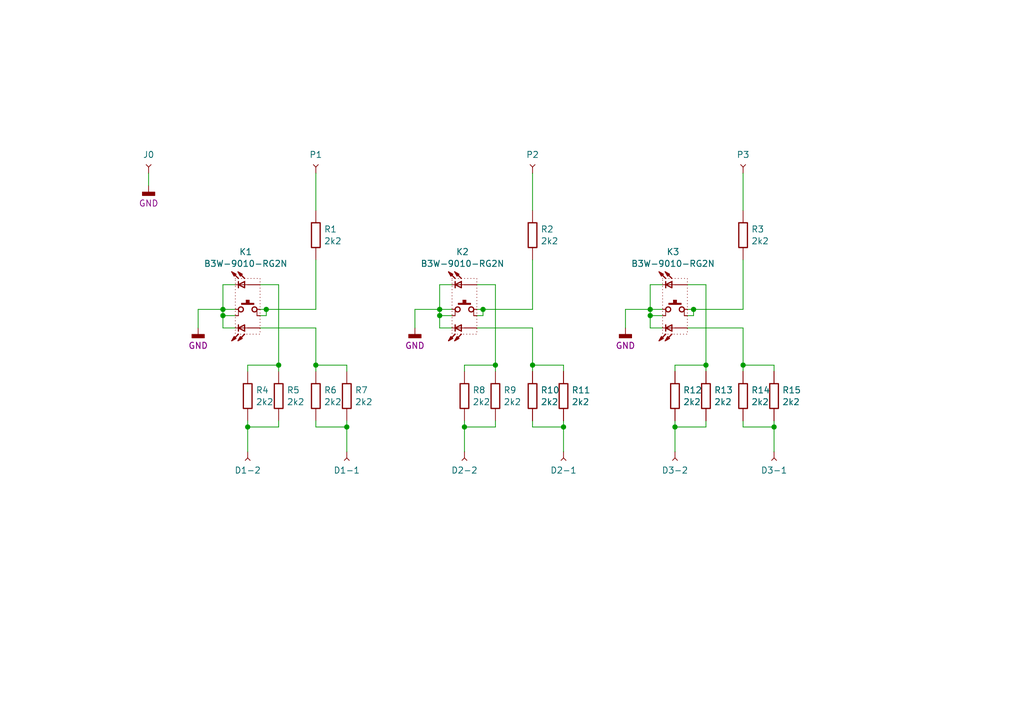
<source format=kicad_sch>
(kicad_sch
	(version 20231120)
	(generator "eeschema")
	(generator_version "8.0")
	(uuid "be210a70-784e-4bf7-8059-9f2de8bb15e5")
	(paper "A5")
	(title_block
		(title "ALIKEY03a - Tlacidlova doska 1x3")
		(date "2024-10-25")
		(rev "00")
		(company "VRM, a.s.")
		(comment 1 "Janis Peter")
		(comment 2 "www.vrm.sk")
	)
	(lib_symbols
		(symbol "Library:2k2, SMD 1206, 0.25W, 1%"
			(pin_numbers hide)
			(pin_names
				(offset 0) hide)
			(exclude_from_sim no)
			(in_bom yes)
			(on_board yes)
			(property "Reference" "R"
				(at 0 2.54 0)
				(effects
					(font
						(size 1.27 1.27)
					)
				)
			)
			(property "Value" "2k2/1%"
				(at 0 -2.54 0)
				(effects
					(font
						(size 1.27 1.27)
					)
				)
			)
			(property "Footprint" "SMD_Resistor_Generic:RESC3116X65N_1206"
				(at 0 3.81 0)
				(effects
					(font
						(size 1.27 1.27)
					)
					(hide yes)
				)
			)
			(property "Datasheet" ""
				(at 0 0 0)
				(effects
					(font
						(size 1.27 1.27)
					)
					(hide yes)
				)
			)
			(property "Description" "Resistor, SMD 1206, 0.25W, 1%, Generic"
				(at 0 0 0)
				(effects
					(font
						(size 1.27 1.27)
					)
					(hide yes)
				)
			)
			(property "MFG" "Generic"
				(at 0 0 0)
				(effects
					(font
						(size 1.27 1.27)
					)
					(hide yes)
				)
			)
			(property "MPN" ""
				(at 0 0 0)
				(effects
					(font
						(size 1.27 1.27)
					)
					(hide yes)
				)
			)
			(property "Device_Marking" ""
				(at 0 0 0)
				(effects
					(font
						(size 1.27 1.27)
					)
					(hide yes)
				)
			)
			(property "OC_LCSC" ""
				(at 0 0 0)
				(effects
					(font
						(size 1.27 1.27)
					)
					(hide yes)
				)
			)
			(property "OC_MOUSER" ""
				(at 0 0 0)
				(effects
					(font
						(size 1.27 1.27)
					)
					(hide yes)
				)
			)
			(property "OC_RS" ""
				(at 0 0 0)
				(effects
					(font
						(size 1.27 1.27)
					)
					(hide yes)
				)
			)
			(property "OC_DISTRELEC" ""
				(at 0 0 0)
				(effects
					(font
						(size 1.27 1.27)
					)
					(hide yes)
				)
			)
			(property "OC_TME" ""
				(at 0 0 0)
				(effects
					(font
						(size 1.27 1.27)
					)
					(hide yes)
				)
			)
			(property "OC_FARNELL" ""
				(at 0 0 0)
				(effects
					(font
						(size 1.27 1.27)
					)
					(hide yes)
				)
			)
			(property "OC_DIGIKEY" ""
				(at 0 0 0)
				(effects
					(font
						(size 1.27 1.27)
					)
					(hide yes)
				)
			)
			(property "OC_SOS" ""
				(at 0 0 0)
				(effects
					(font
						(size 1.27 1.27)
					)
					(hide yes)
				)
			)
			(property "Z-SYSCODE" "3569"
				(at 0 0 0)
				(effects
					(font
						(size 1.27 1.27)
					)
					(hide yes)
				)
			)
			(property "Assembly_Note" ""
				(at 0 0 0)
				(effects
					(font
						(size 1.27 1.27)
					)
					(hide yes)
				)
			)
			(property "Comment" ""
				(at 0 0 0)
				(effects
					(font
						(size 1.27 1.27)
					)
					(hide yes)
				)
			)
			(property "Technology" "SMD"
				(at 0 0 0)
				(effects
					(font
						(size 1.27 1.27)
					)
					(hide yes)
				)
			)
			(property "ki_keywords" "RES"
				(at 0 0 0)
				(effects
					(font
						(size 1.27 1.27)
					)
					(hide yes)
				)
			)
			(property "ki_fp_filters" "RESC*"
				(at 0 0 0)
				(effects
					(font
						(size 1.27 1.27)
					)
					(hide yes)
				)
			)
			(symbol "2k2, SMD 1206, 0.25W, 1%_0_1"
				(rectangle
					(start -2.54 0.889)
					(end 2.54 -0.889)
					(stroke
						(width 0.254)
						(type default)
					)
					(fill
						(type none)
					)
				)
			)
			(symbol "2k2, SMD 1206, 0.25W, 1%_1_1"
				(pin passive line
					(at -5.08 0 0)
					(length 2.54)
					(name "1"
						(effects
							(font
								(size 1.27 1.27)
							)
						)
					)
					(number "1"
						(effects
							(font
								(size 1.27 1.27)
							)
						)
					)
				)
				(pin passive line
					(at 5.08 0 180)
					(length 2.54)
					(name "2"
						(effects
							(font
								(size 1.27 1.27)
							)
						)
					)
					(number "2"
						(effects
							(font
								(size 1.27 1.27)
							)
						)
					)
				)
			)
		)
		(symbol "Library:B3W-9010-RG2N, PushButton, 2 LED"
			(pin_numbers hide)
			(pin_names
				(offset 0) hide)
			(exclude_from_sim no)
			(in_bom yes)
			(on_board yes)
			(property "Reference" "SW"
				(at 0 8.89 0)
				(effects
					(font
						(size 1.27 1.27)
					)
				)
			)
			(property "Value" "B3W-9010-RG2N"
				(at 0 -8.255 0)
				(effects
					(font
						(size 1.27 1.27)
					)
				)
			)
			(property "Footprint" "THD_Switch_Omron:B3W-90xx-x2xN_Omron"
				(at 0 8.89 0)
				(effects
					(font
						(size 1.27 1.27)
					)
					(hide yes)
				)
			)
			(property "Datasheet" "https://www.micro-semiconductor.com/datasheet/76-B3W-9010-HG2N.pdf"
				(at 0 31.75 0)
				(effects
					(font
						(size 1.27 1.27)
					)
					(hide yes)
				)
			)
			(property "Description" "Switch Tactile, SPST NO, 6x6mm, 50mA/24V, 1.57N, THD, B3W Serie"
				(at 0 29.21 0)
				(effects
					(font
						(size 1.27 1.27)
					)
					(hide yes)
				)
			)
			(property "Technology" "THD"
				(at 0 11.43 0)
				(effects
					(font
						(size 1.27 1.27)
					)
					(hide yes)
				)
			)
			(property "MFG" "Omron"
				(at 0 34.29 0)
				(effects
					(font
						(size 1.27 1.27)
					)
					(hide yes)
				)
			)
			(property "MPN" "B3W-9010-RG2N"
				(at 0 19.05 0)
				(effects
					(font
						(size 1.27 1.27)
					)
					(hide yes)
				)
			)
			(property "Device_Marking" ""
				(at 0 0 0)
				(effects
					(font
						(size 1.27 1.27)
					)
					(hide yes)
				)
			)
			(property "OC_LCSC" "C7218481"
				(at 0 36.83 0)
				(effects
					(font
						(size 1.27 1.27)
					)
					(hide yes)
				)
			)
			(property "OC_MOUSER" "653-B3W-9010-RG2N"
				(at 0 24.13 0)
				(effects
					(font
						(size 1.27 1.27)
					)
					(hide yes)
				)
			)
			(property "OC_RS" ""
				(at 0 13.97 0)
				(effects
					(font
						(size 1.27 1.27)
					)
					(hide yes)
				)
			)
			(property "OC_DISTRELEC" ""
				(at 0 26.67 0)
				(effects
					(font
						(size 1.27 1.27)
					)
					(hide yes)
				)
			)
			(property "OC_TME" "B3W-9010-RG2N"
				(at 0 21.59 0)
				(effects
					(font
						(size 1.27 1.27)
					)
					(hide yes)
				)
			)
			(property "OC_FARNELL" ""
				(at 0 31.75 0)
				(effects
					(font
						(size 1.27 1.27)
					)
					(hide yes)
				)
			)
			(property "OC_DIGIKEY" "SW1109-ND"
				(at 0 16.51 0)
				(effects
					(font
						(size 1.27 1.27)
					)
					(hide yes)
				)
			)
			(property "OC_SOS" ""
				(at 0 29.21 0)
				(effects
					(font
						(size 1.27 1.27)
					)
					(hide yes)
				)
			)
			(property "Assembly_Note" ""
				(at 0 0 0)
				(effects
					(font
						(size 1.27 1.27)
					)
					(hide yes)
				)
			)
			(property "Comment" ""
				(at 0 0 0)
				(effects
					(font
						(size 1.27 1.27)
					)
					(hide yes)
				)
			)
			(property "Z-SYSCODE" ""
				(at 0 39.37 0)
				(effects
					(font
						(size 1.27 1.27)
					)
					(hide yes)
				)
			)
			(property "ki_keywords" "Switch,Button"
				(at 0 0 0)
				(effects
					(font
						(size 1.27 1.27)
					)
					(hide yes)
				)
			)
			(symbol "B3W-9010-RG2N, PushButton, 2 LED_0_0"
				(polyline
					(pts
						(xy -2.54 -3.81) (xy 0 -3.81)
					)
					(stroke
						(width 0.1524)
						(type default)
					)
					(fill
						(type none)
					)
				)
				(polyline
					(pts
						(xy -2.54 5.08) (xy 0 5.08)
					)
					(stroke
						(width 0.1524)
						(type default)
					)
					(fill
						(type none)
					)
				)
				(polyline
					(pts
						(xy -1.905 -5.08) (xy -3.175 -6.35)
					)
					(stroke
						(width 0.254)
						(type default)
					)
					(fill
						(type none)
					)
				)
				(polyline
					(pts
						(xy -1.905 6.35) (xy -3.175 7.62)
					)
					(stroke
						(width 0.254)
						(type default)
					)
					(fill
						(type none)
					)
				)
				(polyline
					(pts
						(xy -0.635 -5.08) (xy -1.905 -6.35)
					)
					(stroke
						(width 0.254)
						(type default)
					)
					(fill
						(type none)
					)
				)
				(polyline
					(pts
						(xy -0.635 6.35) (xy -1.905 7.62)
					)
					(stroke
						(width 0.254)
						(type default)
					)
					(fill
						(type none)
					)
				)
				(polyline
					(pts
						(xy -3.2258 -6.4008) (xy -2.7686 -5.588) (xy -2.413 -5.9436) (xy -3.2258 -6.4008)
					)
					(stroke
						(width 0.254)
						(type default)
					)
					(fill
						(type outline)
					)
				)
				(polyline
					(pts
						(xy -3.2258 7.6708) (xy -2.7686 6.858) (xy -2.413 7.2136) (xy -3.2258 7.6708)
					)
					(stroke
						(width 0.254)
						(type default)
					)
					(fill
						(type outline)
					)
				)
				(polyline
					(pts
						(xy -1.9558 -6.4008) (xy -1.4986 -5.588) (xy -1.143 -5.9436) (xy -1.9558 -6.4008)
					)
					(stroke
						(width 0.254)
						(type default)
					)
					(fill
						(type outline)
					)
				)
				(polyline
					(pts
						(xy -1.9558 7.6708) (xy -1.4986 6.858) (xy -1.143 7.2136) (xy -1.9558 7.6708)
					)
					(stroke
						(width 0.254)
						(type default)
					)
					(fill
						(type outline)
					)
				)
			)
			(symbol "B3W-9010-RG2N, PushButton, 2 LED_0_1"
				(circle
					(center -1.397 0)
					(radius 0.508)
					(stroke
						(width 0.254)
						(type default)
					)
					(fill
						(type none)
					)
				)
				(rectangle
					(start -1.27 1.27)
					(end 1.27 1.016)
					(stroke
						(width 0.1524)
						(type default)
					)
					(fill
						(type outline)
					)
				)
				(rectangle
					(start -0.3175 1.905)
					(end 0.3175 1.27)
					(stroke
						(width 0.1524)
						(type default)
					)
					(fill
						(type outline)
					)
				)
				(polyline
					(pts
						(xy -1.905 -4.445) (xy -1.905 -3.175)
					)
					(stroke
						(width 0.254)
						(type default)
					)
					(fill
						(type none)
					)
				)
				(polyline
					(pts
						(xy -1.905 -1.27) (xy -1.905 0)
					)
					(stroke
						(width 0.1524)
						(type default)
					)
					(fill
						(type none)
					)
				)
				(polyline
					(pts
						(xy -1.905 5.715) (xy -1.905 4.445)
					)
					(stroke
						(width 0.254)
						(type default)
					)
					(fill
						(type none)
					)
				)
				(polyline
					(pts
						(xy 1.905 -1.27) (xy 1.905 0)
					)
					(stroke
						(width 0.1524)
						(type default)
					)
					(fill
						(type none)
					)
				)
				(polyline
					(pts
						(xy -0.635 -4.445) (xy -0.635 -3.175) (xy -1.905 -3.81) (xy -0.635 -4.445)
					)
					(stroke
						(width 0.254)
						(type default)
					)
					(fill
						(type none)
					)
				)
				(polyline
					(pts
						(xy -0.635 5.715) (xy -0.635 4.445) (xy -1.905 5.08) (xy -0.635 5.715)
					)
					(stroke
						(width 0.254)
						(type default)
					)
					(fill
						(type none)
					)
				)
				(circle
					(center 1.397 0)
					(radius 0.508)
					(stroke
						(width 0.254)
						(type default)
					)
					(fill
						(type none)
					)
				)
			)
			(symbol "B3W-9010-RG2N, PushButton, 2 LED_1_1"
				(rectangle
					(start -2.54 6.35)
					(end 2.54 -5.08)
					(stroke
						(width 0)
						(type dot)
					)
					(fill
						(type none)
					)
				)
				(pin passive line
					(at -2.54 0 0)
					(length 0.635)
					(name "1"
						(effects
							(font
								(size 1.27 1.27)
							)
						)
					)
					(number "1"
						(effects
							(font
								(size 1.27 1.27)
							)
						)
					)
				)
				(pin passive line
					(at -2.54 -1.27 0)
					(length 0.635)
					(name "2"
						(effects
							(font
								(size 1.27 1.27)
							)
						)
					)
					(number "2"
						(effects
							(font
								(size 1.27 1.27)
							)
						)
					)
				)
				(pin passive line
					(at 2.54 0 180)
					(length 0.635)
					(name "3"
						(effects
							(font
								(size 1.27 1.27)
							)
						)
					)
					(number "3"
						(effects
							(font
								(size 1.27 1.27)
							)
						)
					)
				)
				(pin passive line
					(at 2.54 -1.27 180)
					(length 0.635)
					(name "4"
						(effects
							(font
								(size 1.27 1.27)
							)
						)
					)
					(number "4"
						(effects
							(font
								(size 1.27 1.27)
							)
						)
					)
				)
				(pin passive line
					(at 2.54 -3.81 180)
					(length 2.54)
					(name "A1"
						(effects
							(font
								(size 1.27 1.27)
							)
						)
					)
					(number "A1"
						(effects
							(font
								(size 1.27 1.27)
							)
						)
					)
				)
				(pin passive line
					(at 2.54 5.08 180)
					(length 2.54)
					(name "A2"
						(effects
							(font
								(size 1.27 1.27)
							)
						)
					)
					(number "A2"
						(effects
							(font
								(size 1.27 1.27)
							)
						)
					)
				)
				(pin passive line
					(at -2.54 -3.81 0)
					(length 0)
					(name "C1"
						(effects
							(font
								(size 1.27 1.27)
							)
						)
					)
					(number "C1"
						(effects
							(font
								(size 1.27 1.27)
							)
						)
					)
				)
				(pin passive line
					(at -2.54 5.08 0)
					(length 0)
					(name "C2"
						(effects
							(font
								(size 1.27 1.27)
							)
						)
					)
					(number "C2"
						(effects
							(font
								(size 1.27 1.27)
							)
						)
					)
				)
			)
		)
		(symbol "Library:GND_Bar"
			(power)
			(pin_numbers hide)
			(pin_names
				(offset 0) hide)
			(exclude_from_sim no)
			(in_bom yes)
			(on_board yes)
			(property "Reference" "#PWR"
				(at 0 1.778 0)
				(effects
					(font
						(size 1.143 1.143)
					)
					(hide yes)
				)
			)
			(property "Value" "GND_Bar"
				(at 0 3.175 0)
				(effects
					(font
						(size 1.143 1.143)
					)
					(hide yes)
				)
			)
			(property "Footprint" ""
				(at 0.508 0.254 0)
				(effects
					(font
						(size 1.27 1.27)
					)
					(hide yes)
				)
			)
			(property "Datasheet" ""
				(at 0.508 0.254 0)
				(effects
					(font
						(size 1.27 1.27)
					)
					(hide yes)
				)
			)
			(property "Description" "Bar power symbol creates a net name \"GND\""
				(at 0 8.89 0)
				(effects
					(font
						(size 1.27 1.27)
					)
					(hide yes)
				)
			)
			(property "Signal_Name" "GND"
				(at 0 -3.81 0)
				(effects
					(font
						(size 1.27 1.27)
					)
				)
			)
			(property "ki_keywords" "power-flag"
				(at 0 0 0)
				(effects
					(font
						(size 1.27 1.27)
					)
					(hide yes)
				)
			)
			(symbol "GND_Bar_0_1"
				(polyline
					(pts
						(xy 0 -1.27) (xy 0 0)
					)
					(stroke
						(width 0)
						(type default)
					)
					(fill
						(type none)
					)
				)
			)
			(symbol "GND_Bar_1_1"
				(rectangle
					(start -1.27 -2.032)
					(end 1.27 -1.3208)
					(stroke
						(width 0)
						(type default)
					)
					(fill
						(type outline)
					)
				)
				(pin power_in line
					(at 0 0 270)
					(length 0) hide
					(name "GND"
						(effects
							(font
								(size 1.27 1.27)
							)
						)
					)
					(number "1"
						(effects
							(font
								(size 1.27 1.27)
							)
						)
					)
				)
			)
		)
		(symbol "Library:TestPoint-PAD_THD_C250_250H80"
			(pin_numbers hide)
			(pin_names
				(offset 1.016) hide)
			(exclude_from_sim no)
			(in_bom no)
			(on_board yes)
			(property "Reference" "TP"
				(at 3.81 0 0)
				(effects
					(font
						(size 1.27 1.27)
					)
				)
			)
			(property "Value" "TestPoint"
				(at 11.43 0 0)
				(effects
					(font
						(size 1.27 1.27)
					)
					(hide yes)
				)
			)
			(property "Footprint" "THD_PAD_Generic:PAD_THD_C250_250H80"
				(at 0 2.54 0)
				(effects
					(font
						(size 1.27 1.27)
					)
					(hide yes)
				)
			)
			(property "Datasheet" ""
				(at 1.27 0 0)
				(effects
					(font
						(size 1.27 1.27)
					)
					(hide yes)
				)
			)
			(property "Description" "Test/Solder point"
				(at 0 0 0)
				(effects
					(font
						(size 1.27 1.27)
					)
					(hide yes)
				)
			)
			(property "MFG" ""
				(at 1.27 0 0)
				(effects
					(font
						(size 1.27 1.27)
					)
					(hide yes)
				)
			)
			(property "MPN" ""
				(at 1.27 0 0)
				(effects
					(font
						(size 1.27 1.27)
					)
					(hide yes)
				)
			)
			(property "Device_Marking" ""
				(at 1.27 0 0)
				(effects
					(font
						(size 1.27 1.27)
					)
					(hide yes)
				)
			)
			(property "OC_LCSC" ""
				(at 1.27 0 0)
				(effects
					(font
						(size 1.27 1.27)
					)
					(hide yes)
				)
			)
			(property "OC_MOUSER" ""
				(at 1.27 0 0)
				(effects
					(font
						(size 1.27 1.27)
					)
					(hide yes)
				)
			)
			(property "OC_RS" ""
				(at 1.27 0 0)
				(effects
					(font
						(size 1.27 1.27)
					)
					(hide yes)
				)
			)
			(property "OC_DISTRELEC" ""
				(at 1.27 0 0)
				(effects
					(font
						(size 1.27 1.27)
					)
					(hide yes)
				)
			)
			(property "OC_TME" ""
				(at 1.27 0 0)
				(effects
					(font
						(size 1.27 1.27)
					)
					(hide yes)
				)
			)
			(property "OC_FARNELL" ""
				(at 1.27 0 0)
				(effects
					(font
						(size 1.27 1.27)
					)
					(hide yes)
				)
			)
			(property "OC_DIGIKEY" ""
				(at 1.27 0 0)
				(effects
					(font
						(size 1.27 1.27)
					)
					(hide yes)
				)
			)
			(property "OC_SOS" ""
				(at 1.27 0 0)
				(effects
					(font
						(size 1.27 1.27)
					)
					(hide yes)
				)
			)
			(property "Assembly_Note" ""
				(at 0 0 0)
				(effects
					(font
						(size 1.27 1.27)
					)
					(hide yes)
				)
			)
			(property "Comment" ""
				(at 0 0 0)
				(effects
					(font
						(size 1.27 1.27)
					)
					(hide yes)
				)
			)
			(property "Z-SYSCODE" ""
				(at 0 0 0)
				(effects
					(font
						(size 1.27 1.27)
					)
					(hide yes)
				)
			)
			(property "Technology" "Graphical"
				(at 0 5.08 0)
				(effects
					(font
						(size 1.27 1.27)
					)
					(hide yes)
				)
			)
			(property "ki_keywords" "TP"
				(at 0 0 0)
				(effects
					(font
						(size 1.27 1.27)
					)
					(hide yes)
				)
			)
			(property "ki_fp_filters" "SMD_PAD_* THD_PAD_*"
				(at 0 0 0)
				(effects
					(font
						(size 1.27 1.27)
					)
					(hide yes)
				)
			)
			(symbol "TestPoint-PAD_THD_C250_250H80_1_0"
				(polyline
					(pts
						(xy 0 0) (xy 1.27 0)
					)
					(stroke
						(width 0)
						(type default)
					)
					(fill
						(type none)
					)
				)
			)
			(symbol "TestPoint-PAD_THD_C250_250H80_1_1"
				(polyline
					(pts
						(xy 1.27 0) (xy 1.778 -0.508)
					)
					(stroke
						(width 0.1524)
						(type default)
					)
					(fill
						(type none)
					)
				)
				(polyline
					(pts
						(xy 1.27 0) (xy 1.778 0.508)
					)
					(stroke
						(width 0.1524)
						(type default)
					)
					(fill
						(type none)
					)
				)
				(pin passive line
					(at 0 0 0)
					(length 0)
					(name "1"
						(effects
							(font
								(size 1.27 1.27)
							)
						)
					)
					(number "1"
						(effects
							(font
								(size 1.27 1.27)
							)
						)
					)
				)
			)
		)
	)
	(junction
		(at 57.15 74.93)
		(diameter 0)
		(color 0 0 0 0)
		(uuid "10691f03-e82a-4905-af63-ddb585b09dae")
	)
	(junction
		(at 45.72 63.5)
		(diameter 0)
		(color 0 0 0 0)
		(uuid "28fde9d1-0ab1-4ae8-b308-f8c0081d16e5")
	)
	(junction
		(at 133.35 64.77)
		(diameter 0)
		(color 0 0 0 0)
		(uuid "3a331d31-e4bd-421e-bb82-0572a26ff1db")
	)
	(junction
		(at 71.12 87.63)
		(diameter 0)
		(color 0 0 0 0)
		(uuid "3f582f64-12de-4241-b350-aaad1e142628")
	)
	(junction
		(at 45.72 64.77)
		(diameter 0)
		(color 0 0 0 0)
		(uuid "422c7b44-f85c-41d1-82f7-492788667196")
	)
	(junction
		(at 109.22 74.93)
		(diameter 0)
		(color 0 0 0 0)
		(uuid "44ca16d8-3114-4665-87d6-0a2284408a67")
	)
	(junction
		(at 50.8 87.63)
		(diameter 0)
		(color 0 0 0 0)
		(uuid "4686b79e-d054-4ada-8838-ed305eb3eac4")
	)
	(junction
		(at 158.75 87.63)
		(diameter 0)
		(color 0 0 0 0)
		(uuid "4aa49098-f3a6-4eb8-a2b5-c15e97a3aba0")
	)
	(junction
		(at 152.4 74.93)
		(diameter 0)
		(color 0 0 0 0)
		(uuid "63ef6017-50fd-4134-bcc4-56df450849ad")
	)
	(junction
		(at 90.17 64.77)
		(diameter 0)
		(color 0 0 0 0)
		(uuid "64cf2cf2-54cc-4c74-95d3-54cdd96cdb89")
	)
	(junction
		(at 115.57 87.63)
		(diameter 0)
		(color 0 0 0 0)
		(uuid "88718068-4c11-4646-bb31-bf26e59fdf5d")
	)
	(junction
		(at 64.77 74.93)
		(diameter 0)
		(color 0 0 0 0)
		(uuid "a8c5c2ab-8451-4b05-b575-c5c7f4b38e12")
	)
	(junction
		(at 101.6 74.93)
		(diameter 0)
		(color 0 0 0 0)
		(uuid "abb23534-a3b9-4fa4-a90d-37ed1148b996")
	)
	(junction
		(at 142.24 63.5)
		(diameter 0)
		(color 0 0 0 0)
		(uuid "ad0b5374-07c6-44dc-8f18-4d76a21e7222")
	)
	(junction
		(at 95.25 87.63)
		(diameter 0)
		(color 0 0 0 0)
		(uuid "b70aae19-5eaf-470a-9b08-3d9d4180163e")
	)
	(junction
		(at 133.35 63.5)
		(diameter 0)
		(color 0 0 0 0)
		(uuid "bf042b66-6f81-4467-9912-246c65b73e01")
	)
	(junction
		(at 90.17 63.5)
		(diameter 0)
		(color 0 0 0 0)
		(uuid "c1e99179-6dee-42be-aa7f-f47c74fd0768")
	)
	(junction
		(at 144.78 74.93)
		(diameter 0)
		(color 0 0 0 0)
		(uuid "e60a5fd0-43cf-4238-bafb-dc3e6d0dae51")
	)
	(junction
		(at 99.06 63.5)
		(diameter 0)
		(color 0 0 0 0)
		(uuid "eaa168d8-ae3c-4b2c-907c-5bc4bd80dc13")
	)
	(junction
		(at 138.43 87.63)
		(diameter 0)
		(color 0 0 0 0)
		(uuid "ed03f876-9c18-48a2-baf4-d14c71acd642")
	)
	(junction
		(at 54.61 63.5)
		(diameter 0)
		(color 0 0 0 0)
		(uuid "ffe8f9d5-655f-4a32-b4e5-1235e5550bbe")
	)
	(wire
		(pts
			(xy 109.22 67.31) (xy 109.22 74.93)
		)
		(stroke
			(width 0)
			(type default)
		)
		(uuid "054a9c27-abdd-4bfa-a8dd-3d506bc72bc3")
	)
	(wire
		(pts
			(xy 101.6 58.42) (xy 101.6 74.93)
		)
		(stroke
			(width 0)
			(type default)
		)
		(uuid "0574fab3-1b0e-4a14-a2e3-d18cbbeda4e8")
	)
	(wire
		(pts
			(xy 53.34 58.42) (xy 57.15 58.42)
		)
		(stroke
			(width 0)
			(type default)
		)
		(uuid "05b15249-1320-473f-a126-55afaa7a080b")
	)
	(wire
		(pts
			(xy 40.64 63.5) (xy 40.64 67.31)
		)
		(stroke
			(width 0)
			(type default)
		)
		(uuid "05fc2fa4-cd63-42d1-8803-322f93877c5d")
	)
	(wire
		(pts
			(xy 140.97 67.31) (xy 152.4 67.31)
		)
		(stroke
			(width 0)
			(type default)
		)
		(uuid "087f1a8b-9522-43d2-ada7-db004c8d424c")
	)
	(wire
		(pts
			(xy 144.78 58.42) (xy 144.78 74.93)
		)
		(stroke
			(width 0)
			(type default)
		)
		(uuid "0d4185fc-8234-4dba-a9ea-ba290a7a62f1")
	)
	(wire
		(pts
			(xy 71.12 87.63) (xy 71.12 92.71)
		)
		(stroke
			(width 0)
			(type default)
		)
		(uuid "0f4a9973-6ee8-48da-a5f4-f16aaed0eff0")
	)
	(wire
		(pts
			(xy 115.57 87.63) (xy 115.57 92.71)
		)
		(stroke
			(width 0)
			(type default)
		)
		(uuid "0f612164-e110-4170-a278-6214feb40c97")
	)
	(wire
		(pts
			(xy 54.61 64.77) (xy 54.61 63.5)
		)
		(stroke
			(width 0)
			(type default)
		)
		(uuid "0fa054fd-078a-48e8-b4f6-ec7e586f3100")
	)
	(wire
		(pts
			(xy 144.78 87.63) (xy 144.78 86.36)
		)
		(stroke
			(width 0)
			(type default)
		)
		(uuid "108f56f6-7ea8-420a-8817-9c643f618811")
	)
	(wire
		(pts
			(xy 158.75 87.63) (xy 158.75 92.71)
		)
		(stroke
			(width 0)
			(type default)
		)
		(uuid "11ec351f-1bc8-46fc-8eaf-7f863d752f1a")
	)
	(wire
		(pts
			(xy 138.43 87.63) (xy 138.43 92.71)
		)
		(stroke
			(width 0)
			(type default)
		)
		(uuid "160615e1-64b1-4a8e-ab04-3c405b85e1da")
	)
	(wire
		(pts
			(xy 30.48 35.56) (xy 30.48 38.1)
		)
		(stroke
			(width 0)
			(type default)
		)
		(uuid "16a58d9e-5eb8-49d1-80a5-dc8a6cddd0c0")
	)
	(wire
		(pts
			(xy 133.35 64.77) (xy 133.35 63.5)
		)
		(stroke
			(width 0)
			(type default)
		)
		(uuid "173a8190-78ce-4c16-bb73-2d8ded165743")
	)
	(wire
		(pts
			(xy 90.17 63.5) (xy 85.09 63.5)
		)
		(stroke
			(width 0)
			(type default)
		)
		(uuid "18debea3-d408-474c-86e6-1207a1123591")
	)
	(wire
		(pts
			(xy 152.4 76.2) (xy 152.4 74.93)
		)
		(stroke
			(width 0)
			(type default)
		)
		(uuid "1e1c640f-fa6c-42e6-9853-c4b62a27bd66")
	)
	(wire
		(pts
			(xy 115.57 87.63) (xy 115.57 86.36)
		)
		(stroke
			(width 0)
			(type default)
		)
		(uuid "1ea0f73a-fb75-49b6-8f19-5a06477a2869")
	)
	(wire
		(pts
			(xy 152.4 86.36) (xy 152.4 87.63)
		)
		(stroke
			(width 0)
			(type default)
		)
		(uuid "21129cac-d879-4460-bb42-2aca16e270c0")
	)
	(wire
		(pts
			(xy 45.72 64.77) (xy 45.72 63.5)
		)
		(stroke
			(width 0)
			(type default)
		)
		(uuid "234ec931-968a-4226-83a9-6ea7dd66b490")
	)
	(wire
		(pts
			(xy 95.25 86.36) (xy 95.25 87.63)
		)
		(stroke
			(width 0)
			(type default)
		)
		(uuid "284d22f6-e9f1-4cf8-bcec-681d585bf362")
	)
	(wire
		(pts
			(xy 71.12 74.93) (xy 71.12 76.2)
		)
		(stroke
			(width 0)
			(type default)
		)
		(uuid "2c1b282d-3dd7-4705-abfb-ec519ef81456")
	)
	(wire
		(pts
			(xy 97.79 58.42) (xy 101.6 58.42)
		)
		(stroke
			(width 0)
			(type default)
		)
		(uuid "31f51687-e060-4a2f-89ed-ec6b7a21e874")
	)
	(wire
		(pts
			(xy 158.75 74.93) (xy 158.75 76.2)
		)
		(stroke
			(width 0)
			(type default)
		)
		(uuid "322eb016-b7f9-4b3c-877d-5e580aa14d5e")
	)
	(wire
		(pts
			(xy 135.89 64.77) (xy 133.35 64.77)
		)
		(stroke
			(width 0)
			(type default)
		)
		(uuid "32ca4022-669f-469b-90d9-0fce77b79542")
	)
	(wire
		(pts
			(xy 95.25 76.2) (xy 95.25 74.93)
		)
		(stroke
			(width 0)
			(type default)
		)
		(uuid "3495ec67-7120-4b9c-994b-06ef2a648a19")
	)
	(wire
		(pts
			(xy 142.24 63.5) (xy 140.97 63.5)
		)
		(stroke
			(width 0)
			(type default)
		)
		(uuid "3539b9a6-f5e4-43ad-9947-31905fb5e405")
	)
	(wire
		(pts
			(xy 152.4 67.31) (xy 152.4 74.93)
		)
		(stroke
			(width 0)
			(type default)
		)
		(uuid "3bfa4e52-e962-4197-a30f-931ea686a767")
	)
	(wire
		(pts
			(xy 57.15 58.42) (xy 57.15 74.93)
		)
		(stroke
			(width 0)
			(type default)
		)
		(uuid "401a2d54-7d8a-415f-b668-0d27539c3ba9")
	)
	(wire
		(pts
			(xy 101.6 87.63) (xy 101.6 86.36)
		)
		(stroke
			(width 0)
			(type default)
		)
		(uuid "47e37274-a370-42d4-bc6f-4609fc30e28f")
	)
	(wire
		(pts
			(xy 140.97 58.42) (xy 144.78 58.42)
		)
		(stroke
			(width 0)
			(type default)
		)
		(uuid "4e89c125-a2f7-4213-9df7-a310bf7fdc2d")
	)
	(wire
		(pts
			(xy 64.77 53.34) (xy 64.77 63.5)
		)
		(stroke
			(width 0)
			(type default)
		)
		(uuid "51f1c11a-41ce-4941-83ae-a2d39354130f")
	)
	(wire
		(pts
			(xy 133.35 67.31) (xy 133.35 64.77)
		)
		(stroke
			(width 0)
			(type default)
		)
		(uuid "520c1a63-764a-49b5-a933-85a2301cd9b6")
	)
	(wire
		(pts
			(xy 152.4 53.34) (xy 152.4 63.5)
		)
		(stroke
			(width 0)
			(type default)
		)
		(uuid "54311047-fdf2-4385-92d5-e84d8b33523b")
	)
	(wire
		(pts
			(xy 109.22 63.5) (xy 99.06 63.5)
		)
		(stroke
			(width 0)
			(type default)
		)
		(uuid "58565a75-5531-49a6-b8d8-a9bd923d0dc0")
	)
	(wire
		(pts
			(xy 57.15 74.93) (xy 57.15 76.2)
		)
		(stroke
			(width 0)
			(type default)
		)
		(uuid "5ac5b08b-b4fc-4ee4-a6dc-b43969b62fce")
	)
	(wire
		(pts
			(xy 45.72 58.42) (xy 45.72 63.5)
		)
		(stroke
			(width 0)
			(type default)
		)
		(uuid "5b887fc8-c9f9-4aae-8591-d557e75979b0")
	)
	(wire
		(pts
			(xy 53.34 67.31) (xy 64.77 67.31)
		)
		(stroke
			(width 0)
			(type default)
		)
		(uuid "5bd8ec72-180b-484a-adac-8afd8c4ff0fd")
	)
	(wire
		(pts
			(xy 138.43 87.63) (xy 144.78 87.63)
		)
		(stroke
			(width 0)
			(type default)
		)
		(uuid "5c455b63-4f5c-404f-8a53-68858cccab1a")
	)
	(wire
		(pts
			(xy 57.15 87.63) (xy 57.15 86.36)
		)
		(stroke
			(width 0)
			(type default)
		)
		(uuid "5d5b6112-110d-467b-b19f-198d583a2d51")
	)
	(wire
		(pts
			(xy 71.12 87.63) (xy 71.12 86.36)
		)
		(stroke
			(width 0)
			(type default)
		)
		(uuid "5e5bbb4e-acf8-483b-8049-db6277217134")
	)
	(wire
		(pts
			(xy 128.27 63.5) (xy 128.27 67.31)
		)
		(stroke
			(width 0)
			(type default)
		)
		(uuid "5ea106c0-6761-4a61-8335-776e635b52cf")
	)
	(wire
		(pts
			(xy 90.17 58.42) (xy 90.17 63.5)
		)
		(stroke
			(width 0)
			(type default)
		)
		(uuid "5fd07d73-473e-42ff-b19f-fed17cb6a90a")
	)
	(wire
		(pts
			(xy 133.35 58.42) (xy 133.35 63.5)
		)
		(stroke
			(width 0)
			(type default)
		)
		(uuid "602d48cc-1e70-4c73-b702-4b6a4f68d543")
	)
	(wire
		(pts
			(xy 152.4 87.63) (xy 158.75 87.63)
		)
		(stroke
			(width 0)
			(type default)
		)
		(uuid "61fa6177-97b3-4b08-9a8c-cb4949e04fe4")
	)
	(wire
		(pts
			(xy 64.77 87.63) (xy 71.12 87.63)
		)
		(stroke
			(width 0)
			(type default)
		)
		(uuid "67d274a0-94d6-4bf4-a5f7-66c530ddf9f9")
	)
	(wire
		(pts
			(xy 109.22 53.34) (xy 109.22 63.5)
		)
		(stroke
			(width 0)
			(type default)
		)
		(uuid "68ef7f04-badc-464e-95e2-3a6ae128aa4d")
	)
	(wire
		(pts
			(xy 92.71 64.77) (xy 90.17 64.77)
		)
		(stroke
			(width 0)
			(type default)
		)
		(uuid "719f3a4d-ca6b-40ff-8a26-0e7aae94980e")
	)
	(wire
		(pts
			(xy 140.97 64.77) (xy 142.24 64.77)
		)
		(stroke
			(width 0)
			(type default)
		)
		(uuid "728f9751-7af4-4831-937b-a66ea1e9b83e")
	)
	(polyline
		(pts
			(xy 36.83 347.98) (xy 38.1 349.25)
		)
		(stroke
			(width 0)
			(type default)
			(color 0 194 0 1)
		)
		(uuid "77d6fb05-b4b9-4068-be4d-fa18e23b3719")
	)
	(wire
		(pts
			(xy 109.22 35.56) (xy 109.22 43.18)
		)
		(stroke
			(width 0)
			(type default)
		)
		(uuid "77df0c02-d162-4a5f-a862-9cce1a939c97")
	)
	(wire
		(pts
			(xy 50.8 87.63) (xy 57.15 87.63)
		)
		(stroke
			(width 0)
			(type default)
		)
		(uuid "7835b234-c43a-4933-bc5c-cd6e4f2d643b")
	)
	(polyline
		(pts
			(xy 6.35 317.5) (xy 6.35 354.33)
		)
		(stroke
			(width 0)
			(type dash)
			(color 0 132 0 1)
		)
		(uuid "7863a7bb-9a5c-4d39-810a-c7a3d5b03867")
	)
	(polyline
		(pts
			(xy 35.56 342.9) (xy 38.1 349.25)
		)
		(stroke
			(width 0)
			(type default)
			(color 0 194 0 1)
		)
		(uuid "797c6ee4-7c66-4483-88af-67939485257f")
	)
	(wire
		(pts
			(xy 109.22 86.36) (xy 109.22 87.63)
		)
		(stroke
			(width 0)
			(type default)
		)
		(uuid "7adceb64-f569-4707-91c9-c52c68d60474")
	)
	(polyline
		(pts
			(xy 76.2 317.5) (xy 76.2 393.7)
		)
		(stroke
			(width 0)
			(type dash)
			(color 255 0 0 1)
		)
		(uuid "7db1c74a-ee7f-4a20-bebb-46f4eee25890")
	)
	(wire
		(pts
			(xy 85.09 63.5) (xy 85.09 67.31)
		)
		(stroke
			(width 0)
			(type default)
		)
		(uuid "7ecae3ac-116e-425e-bf66-408441763640")
	)
	(wire
		(pts
			(xy 95.25 74.93) (xy 101.6 74.93)
		)
		(stroke
			(width 0)
			(type default)
		)
		(uuid "7f31c5ea-d23e-45a0-83fc-6663f5ed34de")
	)
	(wire
		(pts
			(xy 152.4 63.5) (xy 142.24 63.5)
		)
		(stroke
			(width 0)
			(type default)
		)
		(uuid "84092b14-5dcb-4586-aaa7-c8e67b2ef37a")
	)
	(wire
		(pts
			(xy 99.06 64.77) (xy 99.06 63.5)
		)
		(stroke
			(width 0)
			(type default)
		)
		(uuid "840b93cc-28ce-4c88-87e7-884c244ce172")
	)
	(wire
		(pts
			(xy 97.79 64.77) (xy 99.06 64.77)
		)
		(stroke
			(width 0)
			(type default)
		)
		(uuid "86cc4504-9919-4cc1-85b9-060922544a81")
	)
	(wire
		(pts
			(xy 48.26 58.42) (xy 45.72 58.42)
		)
		(stroke
			(width 0)
			(type default)
		)
		(uuid "88e16e20-fa0b-4a54-8817-7e9e42740e58")
	)
	(wire
		(pts
			(xy 158.75 87.63) (xy 158.75 86.36)
		)
		(stroke
			(width 0)
			(type default)
		)
		(uuid "8ead3105-083b-4aa0-97d3-423b2afa8209")
	)
	(wire
		(pts
			(xy 95.25 87.63) (xy 95.25 92.71)
		)
		(stroke
			(width 0)
			(type default)
		)
		(uuid "8f82c592-4003-4920-807b-f8a36179ac84")
	)
	(wire
		(pts
			(xy 135.89 58.42) (xy 133.35 58.42)
		)
		(stroke
			(width 0)
			(type default)
		)
		(uuid "9155b6de-982b-4da7-aa8b-97bf4c181861")
	)
	(wire
		(pts
			(xy 48.26 63.5) (xy 45.72 63.5)
		)
		(stroke
			(width 0)
			(type default)
		)
		(uuid "9168d222-6444-433a-9e13-9064c1d43dda")
	)
	(wire
		(pts
			(xy 97.79 67.31) (xy 109.22 67.31)
		)
		(stroke
			(width 0)
			(type default)
		)
		(uuid "92fedb4d-7737-405a-850a-9781292899a4")
	)
	(wire
		(pts
			(xy 135.89 63.5) (xy 133.35 63.5)
		)
		(stroke
			(width 0)
			(type default)
		)
		(uuid "967d13f6-40d9-4181-bfdf-29a53adcfceb")
	)
	(wire
		(pts
			(xy 142.24 64.77) (xy 142.24 63.5)
		)
		(stroke
			(width 0)
			(type default)
		)
		(uuid "991fac7c-587b-4de4-a765-abd140fdf194")
	)
	(wire
		(pts
			(xy 50.8 76.2) (xy 50.8 74.93)
		)
		(stroke
			(width 0)
			(type default)
		)
		(uuid "9d1c95ac-7937-495e-8d00-f7a9d6aa6b11")
	)
	(wire
		(pts
			(xy 101.6 74.93) (xy 101.6 76.2)
		)
		(stroke
			(width 0)
			(type default)
		)
		(uuid "9fb313ed-0bae-4e1d-8f60-b1552eacf961")
	)
	(wire
		(pts
			(xy 109.22 76.2) (xy 109.22 74.93)
		)
		(stroke
			(width 0)
			(type default)
		)
		(uuid "a1a60858-cc37-4754-925d-faabdb393083")
	)
	(wire
		(pts
			(xy 50.8 87.63) (xy 50.8 92.71)
		)
		(stroke
			(width 0)
			(type default)
		)
		(uuid "a68b6a36-026f-41b8-800c-ce84a32835a6")
	)
	(wire
		(pts
			(xy 48.26 64.77) (xy 45.72 64.77)
		)
		(stroke
			(width 0)
			(type default)
		)
		(uuid "a6f0bb78-b39f-4c15-a3da-074d564f2f1f")
	)
	(wire
		(pts
			(xy 135.89 67.31) (xy 133.35 67.31)
		)
		(stroke
			(width 0)
			(type default)
		)
		(uuid "a714185a-f830-4897-8841-5ea922991c9c")
	)
	(wire
		(pts
			(xy 64.77 63.5) (xy 54.61 63.5)
		)
		(stroke
			(width 0)
			(type default)
		)
		(uuid "adba3a29-a594-4488-9a12-ee19c3542936")
	)
	(wire
		(pts
			(xy 144.78 74.93) (xy 144.78 76.2)
		)
		(stroke
			(width 0)
			(type default)
		)
		(uuid "b128f05c-e087-4488-a35f-8be3d9776259")
	)
	(wire
		(pts
			(xy 64.77 74.93) (xy 71.12 74.93)
		)
		(stroke
			(width 0)
			(type default)
		)
		(uuid "b49b81a1-714d-4692-a90f-cfd4ff1d346f")
	)
	(wire
		(pts
			(xy 109.22 74.93) (xy 115.57 74.93)
		)
		(stroke
			(width 0)
			(type default)
		)
		(uuid "b50bf772-31a0-411f-b0b5-f32d90699d76")
	)
	(wire
		(pts
			(xy 64.77 86.36) (xy 64.77 87.63)
		)
		(stroke
			(width 0)
			(type default)
		)
		(uuid "b76cf49a-4c5a-4788-b148-d22bc55934d6")
	)
	(wire
		(pts
			(xy 92.71 67.31) (xy 90.17 67.31)
		)
		(stroke
			(width 0)
			(type default)
		)
		(uuid "bbc1e855-577c-46c9-abc3-2ee9bc2206bb")
	)
	(wire
		(pts
			(xy 138.43 74.93) (xy 144.78 74.93)
		)
		(stroke
			(width 0)
			(type default)
		)
		(uuid "bc81216c-4d75-45db-8d43-fd2ba0f31a56")
	)
	(wire
		(pts
			(xy 53.34 64.77) (xy 54.61 64.77)
		)
		(stroke
			(width 0)
			(type default)
		)
		(uuid "c19f7c59-c419-4859-8693-4993dc02d05d")
	)
	(wire
		(pts
			(xy 133.35 63.5) (xy 128.27 63.5)
		)
		(stroke
			(width 0)
			(type default)
		)
		(uuid "c1f3b5c7-9127-4956-9d61-25b3e90f5d73")
	)
	(wire
		(pts
			(xy 54.61 63.5) (xy 53.34 63.5)
		)
		(stroke
			(width 0)
			(type default)
		)
		(uuid "c8ac2bb4-cb06-4692-bd47-331a040f853b")
	)
	(wire
		(pts
			(xy 95.25 87.63) (xy 101.6 87.63)
		)
		(stroke
			(width 0)
			(type default)
		)
		(uuid "ca3e28b9-20f6-40f4-bf1d-73a242cd7f55")
	)
	(wire
		(pts
			(xy 45.72 67.31) (xy 45.72 64.77)
		)
		(stroke
			(width 0)
			(type default)
		)
		(uuid "d7938d1a-96dc-4656-a430-7774d0acbc9e")
	)
	(wire
		(pts
			(xy 48.26 67.31) (xy 45.72 67.31)
		)
		(stroke
			(width 0)
			(type default)
		)
		(uuid "d9012623-eeb7-44b0-ae56-47f93b2c22f1")
	)
	(wire
		(pts
			(xy 64.77 76.2) (xy 64.77 74.93)
		)
		(stroke
			(width 0)
			(type default)
		)
		(uuid "dce5c47a-f266-4fb1-adf0-2a396d9685d7")
	)
	(wire
		(pts
			(xy 50.8 86.36) (xy 50.8 87.63)
		)
		(stroke
			(width 0)
			(type default)
		)
		(uuid "dd1ef259-b81f-47fb-9470-90839a4c0f9f")
	)
	(wire
		(pts
			(xy 92.71 58.42) (xy 90.17 58.42)
		)
		(stroke
			(width 0)
			(type default)
		)
		(uuid "dfb581f9-e7b0-4689-8dfc-0cba09514508")
	)
	(wire
		(pts
			(xy 99.06 63.5) (xy 97.79 63.5)
		)
		(stroke
			(width 0)
			(type default)
		)
		(uuid "e1e4bd92-cc94-4141-aec5-47ded53d6cee")
	)
	(wire
		(pts
			(xy 138.43 86.36) (xy 138.43 87.63)
		)
		(stroke
			(width 0)
			(type default)
		)
		(uuid "e51f35a3-13d1-4e7a-9f47-8657097a42fd")
	)
	(wire
		(pts
			(xy 90.17 67.31) (xy 90.17 64.77)
		)
		(stroke
			(width 0)
			(type default)
		)
		(uuid "e54aca0c-51e3-4dc6-aee6-e7907ee8e754")
	)
	(wire
		(pts
			(xy 90.17 64.77) (xy 90.17 63.5)
		)
		(stroke
			(width 0)
			(type default)
		)
		(uuid "e596253c-c96b-4c59-abfb-b8bbd8f2e72b")
	)
	(wire
		(pts
			(xy 64.77 35.56) (xy 64.77 43.18)
		)
		(stroke
			(width 0)
			(type default)
		)
		(uuid "ea4d2682-a80b-4739-a171-dfdb54bd2e60")
	)
	(wire
		(pts
			(xy 109.22 87.63) (xy 115.57 87.63)
		)
		(stroke
			(width 0)
			(type default)
		)
		(uuid "ea7fa7a0-43e2-4016-89dd-82a1858885d1")
	)
	(wire
		(pts
			(xy 152.4 74.93) (xy 158.75 74.93)
		)
		(stroke
			(width 0)
			(type default)
		)
		(uuid "ebdd2d81-8de9-409c-9eed-8361cac0d1b6")
	)
	(wire
		(pts
			(xy 115.57 74.93) (xy 115.57 76.2)
		)
		(stroke
			(width 0)
			(type default)
		)
		(uuid "ece0b7a4-79f6-4502-a578-2e910d518fed")
	)
	(wire
		(pts
			(xy 152.4 35.56) (xy 152.4 43.18)
		)
		(stroke
			(width 0)
			(type default)
		)
		(uuid "efeb6c9d-0b35-40ad-af05-67fd58efd093")
	)
	(wire
		(pts
			(xy 138.43 76.2) (xy 138.43 74.93)
		)
		(stroke
			(width 0)
			(type default)
		)
		(uuid "f07f019a-a11d-4413-89ea-49f18b28a04a")
	)
	(wire
		(pts
			(xy 50.8 74.93) (xy 57.15 74.93)
		)
		(stroke
			(width 0)
			(type default)
		)
		(uuid "f3053904-a677-478a-b11a-e844c3a467ec")
	)
	(wire
		(pts
			(xy 92.71 63.5) (xy 90.17 63.5)
		)
		(stroke
			(width 0)
			(type default)
		)
		(uuid "f3a9101f-c63f-4405-a4cd-0e6eb25908a9")
	)
	(wire
		(pts
			(xy 64.77 67.31) (xy 64.77 74.93)
		)
		(stroke
			(width 0)
			(type default)
		)
		(uuid "f80da10c-9757-47db-a2cc-62fdd3efbce8")
	)
	(wire
		(pts
			(xy 45.72 63.5) (xy 40.64 63.5)
		)
		(stroke
			(width 0)
			(type default)
		)
		(uuid "fb3be425-a876-4bee-b729-0af3c82a5d2c")
	)
	(text_box "Jump - RS4875 termination\n1-2 :B Pull-Down\n3-4 : 120 Ω terminator\n5-6 :A Pull-Up "
		(exclude_from_sim no)
		(at 32.385 314.96 0)
		(size 29.21 12.7)
		(stroke
			(width 0)
			(type dash)
			(color 255 0 0 1)
		)
		(fill
			(type none)
		)
		(effects
			(font
				(size 1.27 1.27)
				(color 255 0 0 1)
			)
			(justify left)
		)
		(uuid "3eb169b3-9434-48b4-984f-801c4b8f3fba")
	)
	(text "max 42V, 0.5A"
		(exclude_from_sim no)
		(at 38.1 342.9 0)
		(effects
			(font
				(size 1 1)
				(italic yes)
				(color 0 194 0 1)
			)
			(justify right bottom)
		)
		(uuid "b8f86d6c-4dac-49d5-ad9c-76dc2f5312ce")
	)
	(text "Offboard"
		(exclude_from_sim no)
		(at -2.54 319.405 0)
		(effects
			(font
				(size 1.27 1.27)
				(thickness 0.254)
				(bold yes)
				(color 0 132 0 1)
			)
			(justify left bottom)
		)
		(uuid "b90a10ca-c7be-43d4-ab4f-37e306088318")
	)
	(text "3.3V"
		(exclude_from_sim no)
		(at 27.305 352.425 0)
		(effects
			(font
				(size 1 1)
				(italic yes)
				(color 0 194 0 1)
			)
			(justify left bottom)
		)
		(uuid "bcd0af00-177f-4b05-bcdc-53906003ed90")
	)
	(text "IO Indications"
		(exclude_from_sim no)
		(at 76.2 317.5 0)
		(effects
			(font
				(size 1.27 1.27)
				(color 255 0 0 1)
			)
			(justify left bottom)
		)
		(uuid "f8c58924-0ac2-44f2-9e05-bff968fe70ae")
	)
	(symbol
		(lib_id "Library:TestPoint-PAD_THD_C250_250H80")
		(at 64.77 35.56 90)
		(unit 1)
		(exclude_from_sim no)
		(in_bom no)
		(on_board yes)
		(dnp no)
		(uuid "0dd77022-cbad-4d1a-b713-1eb18738e948")
		(property "Reference" "P1"
			(at 64.77 31.75 90)
			(effects
				(font
					(size 1.27 1.27)
				)
			)
		)
		(property "Value" "TestPoint"
			(at 64.77 24.13 0)
			(effects
				(font
					(size 1.27 1.27)
				)
				(hide yes)
			)
		)
		(property "Footprint" "SMD_PAD_Generic:SMD_PAD_R254_508R50"
			(at 62.23 35.56 0)
			(effects
				(font
					(size 1.27 1.27)
				)
				(hide yes)
			)
		)
		(property "Datasheet" ""
			(at 64.77 34.29 0)
			(effects
				(font
					(size 1.27 1.27)
				)
				(hide yes)
			)
		)
		(property "Description" "Test/Solder point"
			(at 64.77 35.56 0)
			(effects
				(font
					(size 1.27 1.27)
				)
				(hide yes)
			)
		)
		(property "MFG" ""
			(at 64.77 34.29 0)
			(effects
				(font
					(size 1.27 1.27)
				)
				(hide yes)
			)
		)
		(property "MPN" ""
			(at 64.77 34.29 0)
			(effects
				(font
					(size 1.27 1.27)
				)
				(hide yes)
			)
		)
		(property "Device_Marking" ""
			(at 64.77 34.29 0)
			(effects
				(font
					(size 1.27 1.27)
				)
				(hide yes)
			)
		)
		(property "OC_LCSC" ""
			(at 64.77 34.29 0)
			(effects
				(font
					(size 1.27 1.27)
				)
				(hide yes)
			)
		)
		(property "OC_MOUSER" ""
			(at 64.77 34.29 0)
			(effects
				(font
					(size 1.27 1.27)
				)
				(hide yes)
			)
		)
		(property "OC_RS" ""
			(at 64.77 34.29 0)
			(effects
				(font
					(size 1.27 1.27)
				)
				(hide yes)
			)
		)
		(property "OC_DISTRELEC" ""
			(at 64.77 34.29 0)
			(effects
				(font
					(size 1.27 1.27)
				)
				(hide yes)
			)
		)
		(property "OC_TME" ""
			(at 64.77 34.29 0)
			(effects
				(font
					(size 1.27 1.27)
				)
				(hide yes)
			)
		)
		(property "OC_FARNELL" ""
			(at 64.77 34.29 0)
			(effects
				(font
					(size 1.27 1.27)
				)
				(hide yes)
			)
		)
		(property "OC_DIGIKEY" ""
			(at 64.77 34.29 0)
			(effects
				(font
					(size 1.27 1.27)
				)
				(hide yes)
			)
		)
		(property "OC_SOS" ""
			(at 64.77 34.29 0)
			(effects
				(font
					(size 1.27 1.27)
				)
				(hide yes)
			)
		)
		(property "Assembly_Note" ""
			(at 64.77 35.56 0)
			(effects
				(font
					(size 1.27 1.27)
				)
				(hide yes)
			)
		)
		(property "Comment" ""
			(at 64.77 35.56 0)
			(effects
				(font
					(size 1.27 1.27)
				)
				(hide yes)
			)
		)
		(property "Z-SYSCODE" ""
			(at 64.77 35.56 0)
			(effects
				(font
					(size 1.27 1.27)
				)
				(hide yes)
			)
		)
		(property "Technology" "Graphical"
			(at 59.69 35.56 0)
			(effects
				(font
					(size 1.27 1.27)
				)
				(hide yes)
			)
		)
		(property "Fieldname" ""
			(at 64.77 35.56 0)
			(effects
				(font
					(size 1.27 1.27)
				)
				(hide yes)
			)
		)
		(pin "1"
			(uuid "1ddd9adf-e622-4f2b-97c5-0dcd43aa8c36")
		)
		(instances
			(project ""
				(path "/be210a70-784e-4bf7-8059-9f2de8bb15e5"
					(reference "P1")
					(unit 1)
				)
			)
		)
	)
	(symbol
		(lib_id "Library:TestPoint-PAD_THD_C250_250H80")
		(at 138.43 92.71 270)
		(unit 1)
		(exclude_from_sim no)
		(in_bom no)
		(on_board yes)
		(dnp no)
		(uuid "0fc5dbfe-bcd4-46b0-bfe7-140c9af5b990")
		(property "Reference" "D3-2"
			(at 138.43 96.52 90)
			(effects
				(font
					(size 1.27 1.27)
				)
			)
		)
		(property "Value" "TestPoint"
			(at 138.43 104.14 0)
			(effects
				(font
					(size 1.27 1.27)
				)
				(hide yes)
			)
		)
		(property "Footprint" "SMD_PAD_Generic:SMD_PAD_R200_508R50"
			(at 140.97 92.71 0)
			(effects
				(font
					(size 1.27 1.27)
				)
				(hide yes)
			)
		)
		(property "Datasheet" ""
			(at 138.43 93.98 0)
			(effects
				(font
					(size 1.27 1.27)
				)
				(hide yes)
			)
		)
		(property "Description" "Test/Solder point"
			(at 138.43 92.71 0)
			(effects
				(font
					(size 1.27 1.27)
				)
				(hide yes)
			)
		)
		(property "MFG" ""
			(at 138.43 93.98 0)
			(effects
				(font
					(size 1.27 1.27)
				)
				(hide yes)
			)
		)
		(property "MPN" ""
			(at 138.43 93.98 0)
			(effects
				(font
					(size 1.27 1.27)
				)
				(hide yes)
			)
		)
		(property "Device_Marking" ""
			(at 138.43 93.98 0)
			(effects
				(font
					(size 1.27 1.27)
				)
				(hide yes)
			)
		)
		(property "OC_LCSC" ""
			(at 138.43 93.98 0)
			(effects
				(font
					(size 1.27 1.27)
				)
				(hide yes)
			)
		)
		(property "OC_MOUSER" ""
			(at 138.43 93.98 0)
			(effects
				(font
					(size 1.27 1.27)
				)
				(hide yes)
			)
		)
		(property "OC_RS" ""
			(at 138.43 93.98 0)
			(effects
				(font
					(size 1.27 1.27)
				)
				(hide yes)
			)
		)
		(property "OC_DISTRELEC" ""
			(at 138.43 93.98 0)
			(effects
				(font
					(size 1.27 1.27)
				)
				(hide yes)
			)
		)
		(property "OC_TME" ""
			(at 138.43 93.98 0)
			(effects
				(font
					(size 1.27 1.27)
				)
				(hide yes)
			)
		)
		(property "OC_FARNELL" ""
			(at 138.43 93.98 0)
			(effects
				(font
					(size 1.27 1.27)
				)
				(hide yes)
			)
		)
		(property "OC_DIGIKEY" ""
			(at 138.43 93.98 0)
			(effects
				(font
					(size 1.27 1.27)
				)
				(hide yes)
			)
		)
		(property "OC_SOS" ""
			(at 138.43 93.98 0)
			(effects
				(font
					(size 1.27 1.27)
				)
				(hide yes)
			)
		)
		(property "Assembly_Note" ""
			(at 138.43 92.71 0)
			(effects
				(font
					(size 1.27 1.27)
				)
				(hide yes)
			)
		)
		(property "Comment" ""
			(at 138.43 92.71 0)
			(effects
				(font
					(size 1.27 1.27)
				)
				(hide yes)
			)
		)
		(property "Z-SYSCODE" ""
			(at 138.43 92.71 0)
			(effects
				(font
					(size 1.27 1.27)
				)
				(hide yes)
			)
		)
		(property "Technology" "Graphical"
			(at 143.51 92.71 0)
			(effects
				(font
					(size 1.27 1.27)
				)
				(hide yes)
			)
		)
		(property "Fieldname" ""
			(at 138.43 92.71 0)
			(effects
				(font
					(size 1.27 1.27)
				)
				(hide yes)
			)
		)
		(pin "1"
			(uuid "9b202259-aaab-42d6-9c82-f8e190066353")
		)
		(instances
			(project "ALIKEY03a"
				(path "/be210a70-784e-4bf7-8059-9f2de8bb15e5"
					(reference "D3-2")
					(unit 1)
				)
			)
		)
	)
	(symbol
		(lib_id "Library:TestPoint-PAD_THD_C250_250H80")
		(at 158.75 92.71 270)
		(unit 1)
		(exclude_from_sim no)
		(in_bom no)
		(on_board yes)
		(dnp no)
		(uuid "109b27e0-2961-4e9b-a473-30475cde193d")
		(property "Reference" "D3-1"
			(at 158.75 96.52 90)
			(effects
				(font
					(size 1.27 1.27)
				)
			)
		)
		(property "Value" "TestPoint"
			(at 158.75 104.14 0)
			(effects
				(font
					(size 1.27 1.27)
				)
				(hide yes)
			)
		)
		(property "Footprint" "SMD_PAD_Generic:SMD_PAD_R200_508R50"
			(at 161.29 92.71 0)
			(effects
				(font
					(size 1.27 1.27)
				)
				(hide yes)
			)
		)
		(property "Datasheet" ""
			(at 158.75 93.98 0)
			(effects
				(font
					(size 1.27 1.27)
				)
				(hide yes)
			)
		)
		(property "Description" "Test/Solder point"
			(at 158.75 92.71 0)
			(effects
				(font
					(size 1.27 1.27)
				)
				(hide yes)
			)
		)
		(property "MFG" ""
			(at 158.75 93.98 0)
			(effects
				(font
					(size 1.27 1.27)
				)
				(hide yes)
			)
		)
		(property "MPN" ""
			(at 158.75 93.98 0)
			(effects
				(font
					(size 1.27 1.27)
				)
				(hide yes)
			)
		)
		(property "Device_Marking" ""
			(at 158.75 93.98 0)
			(effects
				(font
					(size 1.27 1.27)
				)
				(hide yes)
			)
		)
		(property "OC_LCSC" ""
			(at 158.75 93.98 0)
			(effects
				(font
					(size 1.27 1.27)
				)
				(hide yes)
			)
		)
		(property "OC_MOUSER" ""
			(at 158.75 93.98 0)
			(effects
				(font
					(size 1.27 1.27)
				)
				(hide yes)
			)
		)
		(property "OC_RS" ""
			(at 158.75 93.98 0)
			(effects
				(font
					(size 1.27 1.27)
				)
				(hide yes)
			)
		)
		(property "OC_DISTRELEC" ""
			(at 158.75 93.98 0)
			(effects
				(font
					(size 1.27 1.27)
				)
				(hide yes)
			)
		)
		(property "OC_TME" ""
			(at 158.75 93.98 0)
			(effects
				(font
					(size 1.27 1.27)
				)
				(hide yes)
			)
		)
		(property "OC_FARNELL" ""
			(at 158.75 93.98 0)
			(effects
				(font
					(size 1.27 1.27)
				)
				(hide yes)
			)
		)
		(property "OC_DIGIKEY" ""
			(at 158.75 93.98 0)
			(effects
				(font
					(size 1.27 1.27)
				)
				(hide yes)
			)
		)
		(property "OC_SOS" ""
			(at 158.75 93.98 0)
			(effects
				(font
					(size 1.27 1.27)
				)
				(hide yes)
			)
		)
		(property "Assembly_Note" ""
			(at 158.75 92.71 0)
			(effects
				(font
					(size 1.27 1.27)
				)
				(hide yes)
			)
		)
		(property "Comment" ""
			(at 158.75 92.71 0)
			(effects
				(font
					(size 1.27 1.27)
				)
				(hide yes)
			)
		)
		(property "Z-SYSCODE" ""
			(at 158.75 92.71 0)
			(effects
				(font
					(size 1.27 1.27)
				)
				(hide yes)
			)
		)
		(property "Technology" "Graphical"
			(at 163.83 92.71 0)
			(effects
				(font
					(size 1.27 1.27)
				)
				(hide yes)
			)
		)
		(property "Fieldname" ""
			(at 158.75 92.71 0)
			(effects
				(font
					(size 1.27 1.27)
				)
				(hide yes)
			)
		)
		(pin "1"
			(uuid "99c4c1a0-7db9-4965-8035-7017945598fa")
		)
		(instances
			(project "ALIKEY03a"
				(path "/be210a70-784e-4bf7-8059-9f2de8bb15e5"
					(reference "D3-1")
					(unit 1)
				)
			)
		)
	)
	(symbol
		(lib_id "Library:B3W-9010-RG2N, PushButton, 2 LED")
		(at 50.8 63.5 0)
		(unit 1)
		(exclude_from_sim no)
		(in_bom yes)
		(on_board yes)
		(dnp no)
		(fields_autoplaced yes)
		(uuid "22d73947-86e9-4283-868a-e9f271d1c2c3")
		(property "Reference" "K1"
			(at 50.3936 51.6847 0)
			(effects
				(font
					(size 1.27 1.27)
				)
			)
		)
		(property "Value" "B3W-9010-RG2N"
			(at 50.3936 54.109 0)
			(effects
				(font
					(size 1.27 1.27)
				)
			)
		)
		(property "Footprint" "THD_Switch_Omron:B3W-90xx-x2xN_Omron"
			(at 50.8 54.61 0)
			(effects
				(font
					(size 1.27 1.27)
				)
				(hide yes)
			)
		)
		(property "Datasheet" "https://www.micro-semiconductor.com/datasheet/76-B3W-9010-HG2N.pdf"
			(at 50.8 31.75 0)
			(effects
				(font
					(size 1.27 1.27)
				)
				(hide yes)
			)
		)
		(property "Description" "Switch Tactile, SPST NO, 6x6mm, 50mA/24V, 1.57N, THD, B3W Serie"
			(at 50.8 34.29 0)
			(effects
				(font
					(size 1.27 1.27)
				)
				(hide yes)
			)
		)
		(property "Technology" "THD"
			(at 50.8 52.07 0)
			(effects
				(font
					(size 1.27 1.27)
				)
				(hide yes)
			)
		)
		(property "MFG" "Omron"
			(at 50.8 29.21 0)
			(effects
				(font
					(size 1.27 1.27)
				)
				(hide yes)
			)
		)
		(property "MPN" "B3W-9010-RG2N"
			(at 50.8 44.45 0)
			(effects
				(font
					(size 1.27 1.27)
				)
				(hide yes)
			)
		)
		(property "Device_Marking" ""
			(at 50.8 63.5 0)
			(effects
				(font
					(size 1.27 1.27)
				)
				(hide yes)
			)
		)
		(property "OC_LCSC" "C7218481"
			(at 50.8 26.67 0)
			(effects
				(font
					(size 1.27 1.27)
				)
				(hide yes)
			)
		)
		(property "OC_MOUSER" "653-B3W-9010-RG2N"
			(at 50.8 39.37 0)
			(effects
				(font
					(size 1.27 1.27)
				)
				(hide yes)
			)
		)
		(property "OC_RS" ""
			(at 50.8 49.53 0)
			(effects
				(font
					(size 1.27 1.27)
				)
				(hide yes)
			)
		)
		(property "OC_DISTRELEC" ""
			(at 50.8 36.83 0)
			(effects
				(font
					(size 1.27 1.27)
				)
				(hide yes)
			)
		)
		(property "OC_TME" "B3W-9010-RG2N"
			(at 50.8 41.91 0)
			(effects
				(font
					(size 1.27 1.27)
				)
				(hide yes)
			)
		)
		(property "OC_FARNELL" ""
			(at 50.8 31.75 0)
			(effects
				(font
					(size 1.27 1.27)
				)
				(hide yes)
			)
		)
		(property "OC_DIGIKEY" "SW1109-ND"
			(at 50.8 46.99 0)
			(effects
				(font
					(size 1.27 1.27)
				)
				(hide yes)
			)
		)
		(property "OC_SOS" ""
			(at 50.8 34.29 0)
			(effects
				(font
					(size 1.27 1.27)
				)
				(hide yes)
			)
		)
		(property "Assembly_Note" ""
			(at 50.8 63.5 0)
			(effects
				(font
					(size 1.27 1.27)
				)
				(hide yes)
			)
		)
		(property "Comment" ""
			(at 50.8 63.5 0)
			(effects
				(font
					(size 1.27 1.27)
				)
				(hide yes)
			)
		)
		(property "Z-SYSCODE" ""
			(at 50.8 24.13 0)
			(effects
				(font
					(size 1.27 1.27)
				)
				(hide yes)
			)
		)
		(pin "2"
			(uuid "c98fcc3e-16c0-43a2-b478-89f7fa2ed6cb")
		)
		(pin "A2"
			(uuid "943f8091-ca7a-44da-aefe-f2c447d97584")
		)
		(pin "3"
			(uuid "0b5c27a5-55d5-4ceb-9e9c-d6a7e1ecb7f7")
		)
		(pin "C2"
			(uuid "fe764564-0d20-4641-9e5c-5b160d5a789b")
		)
		(pin "1"
			(uuid "76a506d7-a806-4b6c-ba79-7ed7d91cc9f6")
		)
		(pin "A1"
			(uuid "7acc81da-be3d-4381-bcde-6d6fb1f4deae")
		)
		(pin "4"
			(uuid "19addbb2-dd64-491a-bd9d-a6ab94131327")
		)
		(pin "C1"
			(uuid "0fece3af-df58-434b-955c-c13f4e16bd3d")
		)
		(instances
			(project ""
				(path "/be210a70-784e-4bf7-8059-9f2de8bb15e5"
					(reference "K1")
					(unit 1)
				)
			)
		)
	)
	(symbol
		(lib_id "Library:GND_Bar")
		(at 40.64 67.31 0)
		(unit 1)
		(exclude_from_sim no)
		(in_bom yes)
		(on_board yes)
		(dnp no)
		(fields_autoplaced yes)
		(uuid "2785d36d-7fc2-403a-a2ad-e7f609aa65e9")
		(property "Reference" "#PWR01"
			(at 40.64 65.532 0)
			(effects
				(font
					(size 1.143 1.143)
				)
				(hide yes)
			)
		)
		(property "Value" "GND_Bar"
			(at 40.64 64.135 0)
			(effects
				(font
					(size 1.143 1.143)
				)
				(hide yes)
			)
		)
		(property "Footprint" ""
			(at 41.148 67.056 0)
			(effects
				(font
					(size 1.27 1.27)
				)
				(hide yes)
			)
		)
		(property "Datasheet" ""
			(at 41.148 67.056 0)
			(effects
				(font
					(size 1.27 1.27)
				)
				(hide yes)
			)
		)
		(property "Description" "Bar power symbol creates a net name \"GND\""
			(at 40.64 58.42 0)
			(effects
				(font
					(size 1.27 1.27)
				)
				(hide yes)
			)
		)
		(property "Signal_Name" "GND"
			(at 40.64 70.9351 0)
			(effects
				(font
					(size 1.27 1.27)
				)
			)
		)
		(pin "1"
			(uuid "c97ebbf6-356c-4e92-92c4-895921c6df29")
		)
		(instances
			(project ""
				(path "/be210a70-784e-4bf7-8059-9f2de8bb15e5"
					(reference "#PWR01")
					(unit 1)
				)
			)
		)
	)
	(symbol
		(lib_id "Library:TestPoint-PAD_THD_C250_250H80")
		(at 50.8 92.71 270)
		(unit 1)
		(exclude_from_sim no)
		(in_bom no)
		(on_board yes)
		(dnp no)
		(uuid "30ffe028-d949-418d-8226-6aa7530d8a90")
		(property "Reference" "D1-2"
			(at 50.8 96.52 90)
			(effects
				(font
					(size 1.27 1.27)
				)
			)
		)
		(property "Value" "TestPoint"
			(at 50.8 104.14 0)
			(effects
				(font
					(size 1.27 1.27)
				)
				(hide yes)
			)
		)
		(property "Footprint" "SMD_PAD_Generic:SMD_PAD_R200_508R50"
			(at 53.34 92.71 0)
			(effects
				(font
					(size 1.27 1.27)
				)
				(hide yes)
			)
		)
		(property "Datasheet" ""
			(at 50.8 93.98 0)
			(effects
				(font
					(size 1.27 1.27)
				)
				(hide yes)
			)
		)
		(property "Description" "Test/Solder point"
			(at 50.8 92.71 0)
			(effects
				(font
					(size 1.27 1.27)
				)
				(hide yes)
			)
		)
		(property "MFG" ""
			(at 50.8 93.98 0)
			(effects
				(font
					(size 1.27 1.27)
				)
				(hide yes)
			)
		)
		(property "MPN" ""
			(at 50.8 93.98 0)
			(effects
				(font
					(size 1.27 1.27)
				)
				(hide yes)
			)
		)
		(property "Device_Marking" ""
			(at 50.8 93.98 0)
			(effects
				(font
					(size 1.27 1.27)
				)
				(hide yes)
			)
		)
		(property "OC_LCSC" ""
			(at 50.8 93.98 0)
			(effects
				(font
					(size 1.27 1.27)
				)
				(hide yes)
			)
		)
		(property "OC_MOUSER" ""
			(at 50.8 93.98 0)
			(effects
				(font
					(size 1.27 1.27)
				)
				(hide yes)
			)
		)
		(property "OC_RS" ""
			(at 50.8 93.98 0)
			(effects
				(font
					(size 1.27 1.27)
				)
				(hide yes)
			)
		)
		(property "OC_DISTRELEC" ""
			(at 50.8 93.98 0)
			(effects
				(font
					(size 1.27 1.27)
				)
				(hide yes)
			)
		)
		(property "OC_TME" ""
			(at 50.8 93.98 0)
			(effects
				(font
					(size 1.27 1.27)
				)
				(hide yes)
			)
		)
		(property "OC_FARNELL" ""
			(at 50.8 93.98 0)
			(effects
				(font
					(size 1.27 1.27)
				)
				(hide yes)
			)
		)
		(property "OC_DIGIKEY" ""
			(at 50.8 93.98 0)
			(effects
				(font
					(size 1.27 1.27)
				)
				(hide yes)
			)
		)
		(property "OC_SOS" ""
			(at 50.8 93.98 0)
			(effects
				(font
					(size 1.27 1.27)
				)
				(hide yes)
			)
		)
		(property "Assembly_Note" ""
			(at 50.8 92.71 0)
			(effects
				(font
					(size 1.27 1.27)
				)
				(hide yes)
			)
		)
		(property "Comment" ""
			(at 50.8 92.71 0)
			(effects
				(font
					(size 1.27 1.27)
				)
				(hide yes)
			)
		)
		(property "Z-SYSCODE" ""
			(at 50.8 92.71 0)
			(effects
				(font
					(size 1.27 1.27)
				)
				(hide yes)
			)
		)
		(property "Technology" "Graphical"
			(at 55.88 92.71 0)
			(effects
				(font
					(size 1.27 1.27)
				)
				(hide yes)
			)
		)
		(property "Fieldname" ""
			(at 50.8 92.71 0)
			(effects
				(font
					(size 1.27 1.27)
				)
				(hide yes)
			)
		)
		(pin "1"
			(uuid "5b786b6f-a569-4705-b9ee-598c48185a6f")
		)
		(instances
			(project "ALIKEY03a"
				(path "/be210a70-784e-4bf7-8059-9f2de8bb15e5"
					(reference "D1-2")
					(unit 1)
				)
			)
		)
	)
	(symbol
		(lib_id "Library:2k2, SMD 1206, 0.25W, 1%")
		(at 71.12 81.28 90)
		(unit 1)
		(exclude_from_sim no)
		(in_bom yes)
		(on_board yes)
		(dnp no)
		(fields_autoplaced yes)
		(uuid "3285783f-2a90-4178-a6e9-8022854a0b71")
		(property "Reference" "R7"
			(at 72.771 80.0678 90)
			(effects
				(font
					(size 1.27 1.27)
				)
				(justify right)
			)
		)
		(property "Value" "2k2"
			(at 72.771 82.4921 90)
			(effects
				(font
					(size 1.27 1.27)
				)
				(justify right)
			)
		)
		(property "Footprint" "SMD_Resistor_Generic:RESC3116X65N_1206"
			(at 67.31 81.28 0)
			(effects
				(font
					(size 1.27 1.27)
				)
				(hide yes)
			)
		)
		(property "Datasheet" ""
			(at 71.12 81.28 0)
			(effects
				(font
					(size 1.27 1.27)
				)
				(hide yes)
			)
		)
		(property "Description" "Resistor, SMD 1206, 0.25W, 1%, Generic"
			(at 71.12 81.28 0)
			(effects
				(font
					(size 1.27 1.27)
				)
				(hide yes)
			)
		)
		(property "MFG" "Generic"
			(at 71.12 81.28 0)
			(effects
				(font
					(size 1.27 1.27)
				)
				(hide yes)
			)
		)
		(property "MPN" ""
			(at 71.12 81.28 0)
			(effects
				(font
					(size 1.27 1.27)
				)
				(hide yes)
			)
		)
		(property "Device_Marking" ""
			(at 71.12 81.28 0)
			(effects
				(font
					(size 1.27 1.27)
				)
				(hide yes)
			)
		)
		(property "OC_LCSC" ""
			(at 71.12 81.28 0)
			(effects
				(font
					(size 1.27 1.27)
				)
				(hide yes)
			)
		)
		(property "OC_MOUSER" ""
			(at 71.12 81.28 0)
			(effects
				(font
					(size 1.27 1.27)
				)
				(hide yes)
			)
		)
		(property "OC_RS" ""
			(at 71.12 81.28 0)
			(effects
				(font
					(size 1.27 1.27)
				)
				(hide yes)
			)
		)
		(property "OC_DISTRELEC" ""
			(at 71.12 81.28 0)
			(effects
				(font
					(size 1.27 1.27)
				)
				(hide yes)
			)
		)
		(property "OC_TME" ""
			(at 71.12 81.28 0)
			(effects
				(font
					(size 1.27 1.27)
				)
				(hide yes)
			)
		)
		(property "OC_FARNELL" ""
			(at 71.12 81.28 0)
			(effects
				(font
					(size 1.27 1.27)
				)
				(hide yes)
			)
		)
		(property "OC_DIGIKEY" ""
			(at 71.12 81.28 0)
			(effects
				(font
					(size 1.27 1.27)
				)
				(hide yes)
			)
		)
		(property "OC_SOS" ""
			(at 71.12 81.28 0)
			(effects
				(font
					(size 1.27 1.27)
				)
				(hide yes)
			)
		)
		(property "Z-SYSCODE" "3569"
			(at 71.12 81.28 0)
			(effects
				(font
					(size 1.27 1.27)
				)
				(hide yes)
			)
		)
		(property "Assembly_Note" ""
			(at 71.12 81.28 0)
			(effects
				(font
					(size 1.27 1.27)
				)
				(hide yes)
			)
		)
		(property "Comment" ""
			(at 71.12 81.28 0)
			(effects
				(font
					(size 1.27 1.27)
				)
				(hide yes)
			)
		)
		(property "Technology" "SMD"
			(at 71.12 81.28 0)
			(effects
				(font
					(size 1.27 1.27)
				)
				(hide yes)
			)
		)
		(pin "2"
			(uuid "83707320-6c8f-489d-b32b-ba50e10fc54a")
		)
		(pin "1"
			(uuid "4013171a-743d-48c9-84ac-dcb11ed0ac36")
		)
		(instances
			(project "ALIKEY03a"
				(path "/be210a70-784e-4bf7-8059-9f2de8bb15e5"
					(reference "R7")
					(unit 1)
				)
			)
		)
	)
	(symbol
		(lib_id "Library:TestPoint-PAD_THD_C250_250H80")
		(at 30.48 35.56 90)
		(unit 1)
		(exclude_from_sim no)
		(in_bom no)
		(on_board yes)
		(dnp no)
		(uuid "32d4c881-5c56-4bbc-a564-e2cf54ac0975")
		(property "Reference" "J0"
			(at 30.48 31.75 90)
			(effects
				(font
					(size 1.27 1.27)
				)
			)
		)
		(property "Value" "TestPoint"
			(at 30.48 24.13 0)
			(effects
				(font
					(size 1.27 1.27)
				)
				(hide yes)
			)
		)
		(property "Footprint" "SMD_PAD_Generic:SMD_PAD_R254_508R50"
			(at 27.94 35.56 0)
			(effects
				(font
					(size 1.27 1.27)
				)
				(hide yes)
			)
		)
		(property "Datasheet" ""
			(at 30.48 34.29 0)
			(effects
				(font
					(size 1.27 1.27)
				)
				(hide yes)
			)
		)
		(property "Description" "Test/Solder point"
			(at 30.48 35.56 0)
			(effects
				(font
					(size 1.27 1.27)
				)
				(hide yes)
			)
		)
		(property "MFG" ""
			(at 30.48 34.29 0)
			(effects
				(font
					(size 1.27 1.27)
				)
				(hide yes)
			)
		)
		(property "MPN" ""
			(at 30.48 34.29 0)
			(effects
				(font
					(size 1.27 1.27)
				)
				(hide yes)
			)
		)
		(property "Device_Marking" ""
			(at 30.48 34.29 0)
			(effects
				(font
					(size 1.27 1.27)
				)
				(hide yes)
			)
		)
		(property "OC_LCSC" ""
			(at 30.48 34.29 0)
			(effects
				(font
					(size 1.27 1.27)
				)
				(hide yes)
			)
		)
		(property "OC_MOUSER" ""
			(at 30.48 34.29 0)
			(effects
				(font
					(size 1.27 1.27)
				)
				(hide yes)
			)
		)
		(property "OC_RS" ""
			(at 30.48 34.29 0)
			(effects
				(font
					(size 1.27 1.27)
				)
				(hide yes)
			)
		)
		(property "OC_DISTRELEC" ""
			(at 30.48 34.29 0)
			(effects
				(font
					(size 1.27 1.27)
				)
				(hide yes)
			)
		)
		(property "OC_TME" ""
			(at 30.48 34.29 0)
			(effects
				(font
					(size 1.27 1.27)
				)
				(hide yes)
			)
		)
		(property "OC_FARNELL" ""
			(at 30.48 34.29 0)
			(effects
				(font
					(size 1.27 1.27)
				)
				(hide yes)
			)
		)
		(property "OC_DIGIKEY" ""
			(at 30.48 34.29 0)
			(effects
				(font
					(size 1.27 1.27)
				)
				(hide yes)
			)
		)
		(property "OC_SOS" ""
			(at 30.48 34.29 0)
			(effects
				(font
					(size 1.27 1.27)
				)
				(hide yes)
			)
		)
		(property "Assembly_Note" ""
			(at 30.48 35.56 0)
			(effects
				(font
					(size 1.27 1.27)
				)
				(hide yes)
			)
		)
		(property "Comment" ""
			(at 30.48 35.56 0)
			(effects
				(font
					(size 1.27 1.27)
				)
				(hide yes)
			)
		)
		(property "Z-SYSCODE" ""
			(at 30.48 35.56 0)
			(effects
				(font
					(size 1.27 1.27)
				)
				(hide yes)
			)
		)
		(property "Technology" "Graphical"
			(at 25.4 35.56 0)
			(effects
				(font
					(size 1.27 1.27)
				)
				(hide yes)
			)
		)
		(property "Fieldname" ""
			(at 30.48 35.56 0)
			(effects
				(font
					(size 1.27 1.27)
				)
				(hide yes)
			)
		)
		(pin "1"
			(uuid "f23dd82e-db44-4e17-bf73-817c7abc5263")
		)
		(instances
			(project "ALIKEY03a"
				(path "/be210a70-784e-4bf7-8059-9f2de8bb15e5"
					(reference "J0")
					(unit 1)
				)
			)
		)
	)
	(symbol
		(lib_id "Library:2k2, SMD 1206, 0.25W, 1%")
		(at 109.22 81.28 90)
		(unit 1)
		(exclude_from_sim no)
		(in_bom yes)
		(on_board yes)
		(dnp no)
		(fields_autoplaced yes)
		(uuid "415cdc0a-22da-4aef-8186-cbb58b691c9a")
		(property "Reference" "R10"
			(at 110.871 80.0678 90)
			(effects
				(font
					(size 1.27 1.27)
				)
				(justify right)
			)
		)
		(property "Value" "2k2"
			(at 110.871 82.4921 90)
			(effects
				(font
					(size 1.27 1.27)
				)
				(justify right)
			)
		)
		(property "Footprint" "SMD_Resistor_Generic:RESC3116X65N_1206"
			(at 105.41 81.28 0)
			(effects
				(font
					(size 1.27 1.27)
				)
				(hide yes)
			)
		)
		(property "Datasheet" ""
			(at 109.22 81.28 0)
			(effects
				(font
					(size 1.27 1.27)
				)
				(hide yes)
			)
		)
		(property "Description" "Resistor, SMD 1206, 0.25W, 1%, Generic"
			(at 109.22 81.28 0)
			(effects
				(font
					(size 1.27 1.27)
				)
				(hide yes)
			)
		)
		(property "MFG" "Generic"
			(at 109.22 81.28 0)
			(effects
				(font
					(size 1.27 1.27)
				)
				(hide yes)
			)
		)
		(property "MPN" ""
			(at 109.22 81.28 0)
			(effects
				(font
					(size 1.27 1.27)
				)
				(hide yes)
			)
		)
		(property "Device_Marking" ""
			(at 109.22 81.28 0)
			(effects
				(font
					(size 1.27 1.27)
				)
				(hide yes)
			)
		)
		(property "OC_LCSC" ""
			(at 109.22 81.28 0)
			(effects
				(font
					(size 1.27 1.27)
				)
				(hide yes)
			)
		)
		(property "OC_MOUSER" ""
			(at 109.22 81.28 0)
			(effects
				(font
					(size 1.27 1.27)
				)
				(hide yes)
			)
		)
		(property "OC_RS" ""
			(at 109.22 81.28 0)
			(effects
				(font
					(size 1.27 1.27)
				)
				(hide yes)
			)
		)
		(property "OC_DISTRELEC" ""
			(at 109.22 81.28 0)
			(effects
				(font
					(size 1.27 1.27)
				)
				(hide yes)
			)
		)
		(property "OC_TME" ""
			(at 109.22 81.28 0)
			(effects
				(font
					(size 1.27 1.27)
				)
				(hide yes)
			)
		)
		(property "OC_FARNELL" ""
			(at 109.22 81.28 0)
			(effects
				(font
					(size 1.27 1.27)
				)
				(hide yes)
			)
		)
		(property "OC_DIGIKEY" ""
			(at 109.22 81.28 0)
			(effects
				(font
					(size 1.27 1.27)
				)
				(hide yes)
			)
		)
		(property "OC_SOS" ""
			(at 109.22 81.28 0)
			(effects
				(font
					(size 1.27 1.27)
				)
				(hide yes)
			)
		)
		(property "Z-SYSCODE" "3569"
			(at 109.22 81.28 0)
			(effects
				(font
					(size 1.27 1.27)
				)
				(hide yes)
			)
		)
		(property "Assembly_Note" ""
			(at 109.22 81.28 0)
			(effects
				(font
					(size 1.27 1.27)
				)
				(hide yes)
			)
		)
		(property "Comment" ""
			(at 109.22 81.28 0)
			(effects
				(font
					(size 1.27 1.27)
				)
				(hide yes)
			)
		)
		(property "Technology" "SMD"
			(at 109.22 81.28 0)
			(effects
				(font
					(size 1.27 1.27)
				)
				(hide yes)
			)
		)
		(pin "2"
			(uuid "fe6f922f-b74a-4bdb-a4cc-e23e585af3b6")
		)
		(pin "1"
			(uuid "ac47c7ef-fd60-4f5d-b125-6f309c705eda")
		)
		(instances
			(project "ALIKEY03a"
				(path "/be210a70-784e-4bf7-8059-9f2de8bb15e5"
					(reference "R10")
					(unit 1)
				)
			)
		)
	)
	(symbol
		(lib_id "Library:2k2, SMD 1206, 0.25W, 1%")
		(at 64.77 81.28 90)
		(unit 1)
		(exclude_from_sim no)
		(in_bom yes)
		(on_board yes)
		(dnp no)
		(fields_autoplaced yes)
		(uuid "458181c1-c9ff-48ef-a21e-81cca7ca797a")
		(property "Reference" "R6"
			(at 66.421 80.0678 90)
			(effects
				(font
					(size 1.27 1.27)
				)
				(justify right)
			)
		)
		(property "Value" "2k2"
			(at 66.421 82.4921 90)
			(effects
				(font
					(size 1.27 1.27)
				)
				(justify right)
			)
		)
		(property "Footprint" "SMD_Resistor_Generic:RESC3116X65N_1206"
			(at 60.96 81.28 0)
			(effects
				(font
					(size 1.27 1.27)
				)
				(hide yes)
			)
		)
		(property "Datasheet" ""
			(at 64.77 81.28 0)
			(effects
				(font
					(size 1.27 1.27)
				)
				(hide yes)
			)
		)
		(property "Description" "Resistor, SMD 1206, 0.25W, 1%, Generic"
			(at 64.77 81.28 0)
			(effects
				(font
					(size 1.27 1.27)
				)
				(hide yes)
			)
		)
		(property "MFG" "Generic"
			(at 64.77 81.28 0)
			(effects
				(font
					(size 1.27 1.27)
				)
				(hide yes)
			)
		)
		(property "MPN" ""
			(at 64.77 81.28 0)
			(effects
				(font
					(size 1.27 1.27)
				)
				(hide yes)
			)
		)
		(property "Device_Marking" ""
			(at 64.77 81.28 0)
			(effects
				(font
					(size 1.27 1.27)
				)
				(hide yes)
			)
		)
		(property "OC_LCSC" ""
			(at 64.77 81.28 0)
			(effects
				(font
					(size 1.27 1.27)
				)
				(hide yes)
			)
		)
		(property "OC_MOUSER" ""
			(at 64.77 81.28 0)
			(effects
				(font
					(size 1.27 1.27)
				)
				(hide yes)
			)
		)
		(property "OC_RS" ""
			(at 64.77 81.28 0)
			(effects
				(font
					(size 1.27 1.27)
				)
				(hide yes)
			)
		)
		(property "OC_DISTRELEC" ""
			(at 64.77 81.28 0)
			(effects
				(font
					(size 1.27 1.27)
				)
				(hide yes)
			)
		)
		(property "OC_TME" ""
			(at 64.77 81.28 0)
			(effects
				(font
					(size 1.27 1.27)
				)
				(hide yes)
			)
		)
		(property "OC_FARNELL" ""
			(at 64.77 81.28 0)
			(effects
				(font
					(size 1.27 1.27)
				)
				(hide yes)
			)
		)
		(property "OC_DIGIKEY" ""
			(at 64.77 81.28 0)
			(effects
				(font
					(size 1.27 1.27)
				)
				(hide yes)
			)
		)
		(property "OC_SOS" ""
			(at 64.77 81.28 0)
			(effects
				(font
					(size 1.27 1.27)
				)
				(hide yes)
			)
		)
		(property "Z-SYSCODE" "3569"
			(at 64.77 81.28 0)
			(effects
				(font
					(size 1.27 1.27)
				)
				(hide yes)
			)
		)
		(property "Assembly_Note" ""
			(at 64.77 81.28 0)
			(effects
				(font
					(size 1.27 1.27)
				)
				(hide yes)
			)
		)
		(property "Comment" ""
			(at 64.77 81.28 0)
			(effects
				(font
					(size 1.27 1.27)
				)
				(hide yes)
			)
		)
		(property "Technology" "SMD"
			(at 64.77 81.28 0)
			(effects
				(font
					(size 1.27 1.27)
				)
				(hide yes)
			)
		)
		(pin "2"
			(uuid "5233ed0e-4dce-482f-a355-5254a98f6017")
		)
		(pin "1"
			(uuid "01f99ec0-03fe-4015-9f31-5c9d6a692e4b")
		)
		(instances
			(project "ALIKEY03a"
				(path "/be210a70-784e-4bf7-8059-9f2de8bb15e5"
					(reference "R6")
					(unit 1)
				)
			)
		)
	)
	(symbol
		(lib_id "Library:GND_Bar")
		(at 128.27 67.31 0)
		(unit 1)
		(exclude_from_sim no)
		(in_bom yes)
		(on_board yes)
		(dnp no)
		(fields_autoplaced yes)
		(uuid "4a79173d-f553-4419-98b4-b8cd3c21c16c")
		(property "Reference" "#PWR03"
			(at 128.27 65.532 0)
			(effects
				(font
					(size 1.143 1.143)
				)
				(hide yes)
			)
		)
		(property "Value" "GND_Bar"
			(at 128.27 64.135 0)
			(effects
				(font
					(size 1.143 1.143)
				)
				(hide yes)
			)
		)
		(property "Footprint" ""
			(at 128.778 67.056 0)
			(effects
				(font
					(size 1.27 1.27)
				)
				(hide yes)
			)
		)
		(property "Datasheet" ""
			(at 128.778 67.056 0)
			(effects
				(font
					(size 1.27 1.27)
				)
				(hide yes)
			)
		)
		(property "Description" "Bar power symbol creates a net name \"GND\""
			(at 128.27 58.42 0)
			(effects
				(font
					(size 1.27 1.27)
				)
				(hide yes)
			)
		)
		(property "Signal_Name" "GND"
			(at 128.27 70.9351 0)
			(effects
				(font
					(size 1.27 1.27)
				)
			)
		)
		(pin "1"
			(uuid "9b13dc80-857f-467b-a4ec-e5445ee08892")
		)
		(instances
			(project "ALIKEY03a"
				(path "/be210a70-784e-4bf7-8059-9f2de8bb15e5"
					(reference "#PWR03")
					(unit 1)
				)
			)
		)
	)
	(symbol
		(lib_id "Library:2k2, SMD 1206, 0.25W, 1%")
		(at 109.22 48.26 90)
		(unit 1)
		(exclude_from_sim no)
		(in_bom yes)
		(on_board yes)
		(dnp no)
		(fields_autoplaced yes)
		(uuid "4b28566d-6220-4c6a-9281-b428569d8907")
		(property "Reference" "R2"
			(at 110.871 47.0478 90)
			(effects
				(font
					(size 1.27 1.27)
				)
				(justify right)
			)
		)
		(property "Value" "2k2"
			(at 110.871 49.4721 90)
			(effects
				(font
					(size 1.27 1.27)
				)
				(justify right)
			)
		)
		(property "Footprint" "SMD_Resistor_Generic:RESC3116X65N_1206"
			(at 105.41 48.26 0)
			(effects
				(font
					(size 1.27 1.27)
				)
				(hide yes)
			)
		)
		(property "Datasheet" ""
			(at 109.22 48.26 0)
			(effects
				(font
					(size 1.27 1.27)
				)
				(hide yes)
			)
		)
		(property "Description" "Resistor, SMD 1206, 0.25W, 1%, Generic"
			(at 109.22 48.26 0)
			(effects
				(font
					(size 1.27 1.27)
				)
				(hide yes)
			)
		)
		(property "MFG" "Generic"
			(at 109.22 48.26 0)
			(effects
				(font
					(size 1.27 1.27)
				)
				(hide yes)
			)
		)
		(property "MPN" ""
			(at 109.22 48.26 0)
			(effects
				(font
					(size 1.27 1.27)
				)
				(hide yes)
			)
		)
		(property "Device_Marking" ""
			(at 109.22 48.26 0)
			(effects
				(font
					(size 1.27 1.27)
				)
				(hide yes)
			)
		)
		(property "OC_LCSC" ""
			(at 109.22 48.26 0)
			(effects
				(font
					(size 1.27 1.27)
				)
				(hide yes)
			)
		)
		(property "OC_MOUSER" ""
			(at 109.22 48.26 0)
			(effects
				(font
					(size 1.27 1.27)
				)
				(hide yes)
			)
		)
		(property "OC_RS" ""
			(at 109.22 48.26 0)
			(effects
				(font
					(size 1.27 1.27)
				)
				(hide yes)
			)
		)
		(property "OC_DISTRELEC" ""
			(at 109.22 48.26 0)
			(effects
				(font
					(size 1.27 1.27)
				)
				(hide yes)
			)
		)
		(property "OC_TME" ""
			(at 109.22 48.26 0)
			(effects
				(font
					(size 1.27 1.27)
				)
				(hide yes)
			)
		)
		(property "OC_FARNELL" ""
			(at 109.22 48.26 0)
			(effects
				(font
					(size 1.27 1.27)
				)
				(hide yes)
			)
		)
		(property "OC_DIGIKEY" ""
			(at 109.22 48.26 0)
			(effects
				(font
					(size 1.27 1.27)
				)
				(hide yes)
			)
		)
		(property "OC_SOS" ""
			(at 109.22 48.26 0)
			(effects
				(font
					(size 1.27 1.27)
				)
				(hide yes)
			)
		)
		(property "Z-SYSCODE" "3569"
			(at 109.22 48.26 0)
			(effects
				(font
					(size 1.27 1.27)
				)
				(hide yes)
			)
		)
		(property "Assembly_Note" ""
			(at 109.22 48.26 0)
			(effects
				(font
					(size 1.27 1.27)
				)
				(hide yes)
			)
		)
		(property "Comment" ""
			(at 109.22 48.26 0)
			(effects
				(font
					(size 1.27 1.27)
				)
				(hide yes)
			)
		)
		(property "Technology" "SMD"
			(at 109.22 48.26 0)
			(effects
				(font
					(size 1.27 1.27)
				)
				(hide yes)
			)
		)
		(pin "2"
			(uuid "dbe2d062-c0ca-40c1-91bb-ef26a40a2263")
		)
		(pin "1"
			(uuid "44aa2042-f6a7-473f-adf0-5747e0f14c96")
		)
		(instances
			(project "ALIKEY03a"
				(path "/be210a70-784e-4bf7-8059-9f2de8bb15e5"
					(reference "R2")
					(unit 1)
				)
			)
		)
	)
	(symbol
		(lib_id "Library:2k2, SMD 1206, 0.25W, 1%")
		(at 115.57 81.28 90)
		(unit 1)
		(exclude_from_sim no)
		(in_bom yes)
		(on_board yes)
		(dnp no)
		(fields_autoplaced yes)
		(uuid "4dfa09b3-e7ed-4e75-af1f-ada834a12166")
		(property "Reference" "R11"
			(at 117.221 80.0678 90)
			(effects
				(font
					(size 1.27 1.27)
				)
				(justify right)
			)
		)
		(property "Value" "2k2"
			(at 117.221 82.4921 90)
			(effects
				(font
					(size 1.27 1.27)
				)
				(justify right)
			)
		)
		(property "Footprint" "SMD_Resistor_Generic:RESC3116X65N_1206"
			(at 111.76 81.28 0)
			(effects
				(font
					(size 1.27 1.27)
				)
				(hide yes)
			)
		)
		(property "Datasheet" ""
			(at 115.57 81.28 0)
			(effects
				(font
					(size 1.27 1.27)
				)
				(hide yes)
			)
		)
		(property "Description" "Resistor, SMD 1206, 0.25W, 1%, Generic"
			(at 115.57 81.28 0)
			(effects
				(font
					(size 1.27 1.27)
				)
				(hide yes)
			)
		)
		(property "MFG" "Generic"
			(at 115.57 81.28 0)
			(effects
				(font
					(size 1.27 1.27)
				)
				(hide yes)
			)
		)
		(property "MPN" ""
			(at 115.57 81.28 0)
			(effects
				(font
					(size 1.27 1.27)
				)
				(hide yes)
			)
		)
		(property "Device_Marking" ""
			(at 115.57 81.28 0)
			(effects
				(font
					(size 1.27 1.27)
				)
				(hide yes)
			)
		)
		(property "OC_LCSC" ""
			(at 115.57 81.28 0)
			(effects
				(font
					(size 1.27 1.27)
				)
				(hide yes)
			)
		)
		(property "OC_MOUSER" ""
			(at 115.57 81.28 0)
			(effects
				(font
					(size 1.27 1.27)
				)
				(hide yes)
			)
		)
		(property "OC_RS" ""
			(at 115.57 81.28 0)
			(effects
				(font
					(size 1.27 1.27)
				)
				(hide yes)
			)
		)
		(property "OC_DISTRELEC" ""
			(at 115.57 81.28 0)
			(effects
				(font
					(size 1.27 1.27)
				)
				(hide yes)
			)
		)
		(property "OC_TME" ""
			(at 115.57 81.28 0)
			(effects
				(font
					(size 1.27 1.27)
				)
				(hide yes)
			)
		)
		(property "OC_FARNELL" ""
			(at 115.57 81.28 0)
			(effects
				(font
					(size 1.27 1.27)
				)
				(hide yes)
			)
		)
		(property "OC_DIGIKEY" ""
			(at 115.57 81.28 0)
			(effects
				(font
					(size 1.27 1.27)
				)
				(hide yes)
			)
		)
		(property "OC_SOS" ""
			(at 115.57 81.28 0)
			(effects
				(font
					(size 1.27 1.27)
				)
				(hide yes)
			)
		)
		(property "Z-SYSCODE" "3569"
			(at 115.57 81.28 0)
			(effects
				(font
					(size 1.27 1.27)
				)
				(hide yes)
			)
		)
		(property "Assembly_Note" ""
			(at 115.57 81.28 0)
			(effects
				(font
					(size 1.27 1.27)
				)
				(hide yes)
			)
		)
		(property "Comment" ""
			(at 115.57 81.28 0)
			(effects
				(font
					(size 1.27 1.27)
				)
				(hide yes)
			)
		)
		(property "Technology" "SMD"
			(at 115.57 81.28 0)
			(effects
				(font
					(size 1.27 1.27)
				)
				(hide yes)
			)
		)
		(pin "2"
			(uuid "74961fd8-a6f5-42b3-b4b2-90858d1c129d")
		)
		(pin "1"
			(uuid "f9427aab-e41d-4792-88e4-be2683b628f9")
		)
		(instances
			(project "ALIKEY03a"
				(path "/be210a70-784e-4bf7-8059-9f2de8bb15e5"
					(reference "R11")
					(unit 1)
				)
			)
		)
	)
	(symbol
		(lib_id "Library:2k2, SMD 1206, 0.25W, 1%")
		(at 152.4 48.26 90)
		(unit 1)
		(exclude_from_sim no)
		(in_bom yes)
		(on_board yes)
		(dnp no)
		(fields_autoplaced yes)
		(uuid "4e568d02-b84a-4df5-9156-66f6edae9cb3")
		(property "Reference" "R3"
			(at 154.051 47.0478 90)
			(effects
				(font
					(size 1.27 1.27)
				)
				(justify right)
			)
		)
		(property "Value" "2k2"
			(at 154.051 49.4721 90)
			(effects
				(font
					(size 1.27 1.27)
				)
				(justify right)
			)
		)
		(property "Footprint" "SMD_Resistor_Generic:RESC3116X65N_1206"
			(at 148.59 48.26 0)
			(effects
				(font
					(size 1.27 1.27)
				)
				(hide yes)
			)
		)
		(property "Datasheet" ""
			(at 152.4 48.26 0)
			(effects
				(font
					(size 1.27 1.27)
				)
				(hide yes)
			)
		)
		(property "Description" "Resistor, SMD 1206, 0.25W, 1%, Generic"
			(at 152.4 48.26 0)
			(effects
				(font
					(size 1.27 1.27)
				)
				(hide yes)
			)
		)
		(property "MFG" "Generic"
			(at 152.4 48.26 0)
			(effects
				(font
					(size 1.27 1.27)
				)
				(hide yes)
			)
		)
		(property "MPN" ""
			(at 152.4 48.26 0)
			(effects
				(font
					(size 1.27 1.27)
				)
				(hide yes)
			)
		)
		(property "Device_Marking" ""
			(at 152.4 48.26 0)
			(effects
				(font
					(size 1.27 1.27)
				)
				(hide yes)
			)
		)
		(property "OC_LCSC" ""
			(at 152.4 48.26 0)
			(effects
				(font
					(size 1.27 1.27)
				)
				(hide yes)
			)
		)
		(property "OC_MOUSER" ""
			(at 152.4 48.26 0)
			(effects
				(font
					(size 1.27 1.27)
				)
				(hide yes)
			)
		)
		(property "OC_RS" ""
			(at 152.4 48.26 0)
			(effects
				(font
					(size 1.27 1.27)
				)
				(hide yes)
			)
		)
		(property "OC_DISTRELEC" ""
			(at 152.4 48.26 0)
			(effects
				(font
					(size 1.27 1.27)
				)
				(hide yes)
			)
		)
		(property "OC_TME" ""
			(at 152.4 48.26 0)
			(effects
				(font
					(size 1.27 1.27)
				)
				(hide yes)
			)
		)
		(property "OC_FARNELL" ""
			(at 152.4 48.26 0)
			(effects
				(font
					(size 1.27 1.27)
				)
				(hide yes)
			)
		)
		(property "OC_DIGIKEY" ""
			(at 152.4 48.26 0)
			(effects
				(font
					(size 1.27 1.27)
				)
				(hide yes)
			)
		)
		(property "OC_SOS" ""
			(at 152.4 48.26 0)
			(effects
				(font
					(size 1.27 1.27)
				)
				(hide yes)
			)
		)
		(property "Z-SYSCODE" "3569"
			(at 152.4 48.26 0)
			(effects
				(font
					(size 1.27 1.27)
				)
				(hide yes)
			)
		)
		(property "Assembly_Note" ""
			(at 152.4 48.26 0)
			(effects
				(font
					(size 1.27 1.27)
				)
				(hide yes)
			)
		)
		(property "Comment" ""
			(at 152.4 48.26 0)
			(effects
				(font
					(size 1.27 1.27)
				)
				(hide yes)
			)
		)
		(property "Technology" "SMD"
			(at 152.4 48.26 0)
			(effects
				(font
					(size 1.27 1.27)
				)
				(hide yes)
			)
		)
		(pin "2"
			(uuid "d7bbce0a-2663-436d-8e0f-5ecc41054e45")
		)
		(pin "1"
			(uuid "0c26e91b-ccc8-42dc-b7b6-b7c396d854e9")
		)
		(instances
			(project "ALIKEY03a"
				(path "/be210a70-784e-4bf7-8059-9f2de8bb15e5"
					(reference "R3")
					(unit 1)
				)
			)
		)
	)
	(symbol
		(lib_id "Library:2k2, SMD 1206, 0.25W, 1%")
		(at 144.78 81.28 90)
		(unit 1)
		(exclude_from_sim no)
		(in_bom yes)
		(on_board yes)
		(dnp no)
		(fields_autoplaced yes)
		(uuid "4f73feab-4d73-46d0-b176-75f4a08f4af7")
		(property "Reference" "R13"
			(at 146.431 80.0678 90)
			(effects
				(font
					(size 1.27 1.27)
				)
				(justify right)
			)
		)
		(property "Value" "2k2"
			(at 146.431 82.4921 90)
			(effects
				(font
					(size 1.27 1.27)
				)
				(justify right)
			)
		)
		(property "Footprint" "SMD_Resistor_Generic:RESC3116X65N_1206"
			(at 140.97 81.28 0)
			(effects
				(font
					(size 1.27 1.27)
				)
				(hide yes)
			)
		)
		(property "Datasheet" ""
			(at 144.78 81.28 0)
			(effects
				(font
					(size 1.27 1.27)
				)
				(hide yes)
			)
		)
		(property "Description" "Resistor, SMD 1206, 0.25W, 1%, Generic"
			(at 144.78 81.28 0)
			(effects
				(font
					(size 1.27 1.27)
				)
				(hide yes)
			)
		)
		(property "MFG" "Generic"
			(at 144.78 81.28 0)
			(effects
				(font
					(size 1.27 1.27)
				)
				(hide yes)
			)
		)
		(property "MPN" ""
			(at 144.78 81.28 0)
			(effects
				(font
					(size 1.27 1.27)
				)
				(hide yes)
			)
		)
		(property "Device_Marking" ""
			(at 144.78 81.28 0)
			(effects
				(font
					(size 1.27 1.27)
				)
				(hide yes)
			)
		)
		(property "OC_LCSC" ""
			(at 144.78 81.28 0)
			(effects
				(font
					(size 1.27 1.27)
				)
				(hide yes)
			)
		)
		(property "OC_MOUSER" ""
			(at 144.78 81.28 0)
			(effects
				(font
					(size 1.27 1.27)
				)
				(hide yes)
			)
		)
		(property "OC_RS" ""
			(at 144.78 81.28 0)
			(effects
				(font
					(size 1.27 1.27)
				)
				(hide yes)
			)
		)
		(property "OC_DISTRELEC" ""
			(at 144.78 81.28 0)
			(effects
				(font
					(size 1.27 1.27)
				)
				(hide yes)
			)
		)
		(property "OC_TME" ""
			(at 144.78 81.28 0)
			(effects
				(font
					(size 1.27 1.27)
				)
				(hide yes)
			)
		)
		(property "OC_FARNELL" ""
			(at 144.78 81.28 0)
			(effects
				(font
					(size 1.27 1.27)
				)
				(hide yes)
			)
		)
		(property "OC_DIGIKEY" ""
			(at 144.78 81.28 0)
			(effects
				(font
					(size 1.27 1.27)
				)
				(hide yes)
			)
		)
		(property "OC_SOS" ""
			(at 144.78 81.28 0)
			(effects
				(font
					(size 1.27 1.27)
				)
				(hide yes)
			)
		)
		(property "Z-SYSCODE" "3569"
			(at 144.78 81.28 0)
			(effects
				(font
					(size 1.27 1.27)
				)
				(hide yes)
			)
		)
		(property "Assembly_Note" ""
			(at 144.78 81.28 0)
			(effects
				(font
					(size 1.27 1.27)
				)
				(hide yes)
			)
		)
		(property "Comment" ""
			(at 144.78 81.28 0)
			(effects
				(font
					(size 1.27 1.27)
				)
				(hide yes)
			)
		)
		(property "Technology" "SMD"
			(at 144.78 81.28 0)
			(effects
				(font
					(size 1.27 1.27)
				)
				(hide yes)
			)
		)
		(pin "2"
			(uuid "ebee5bf1-e49b-4164-a3c6-86d1afe4d1c0")
		)
		(pin "1"
			(uuid "0e1c7cca-9002-4ebc-a6a6-6fb55619a3c2")
		)
		(instances
			(project "ALIKEY03a"
				(path "/be210a70-784e-4bf7-8059-9f2de8bb15e5"
					(reference "R13")
					(unit 1)
				)
			)
		)
	)
	(symbol
		(lib_id "Library:TestPoint-PAD_THD_C250_250H80")
		(at 95.25 92.71 270)
		(unit 1)
		(exclude_from_sim no)
		(in_bom no)
		(on_board yes)
		(dnp no)
		(uuid "64d5b0b6-0e96-4c35-aaf9-77b92e68ffb5")
		(property "Reference" "D2-2"
			(at 95.25 96.52 90)
			(effects
				(font
					(size 1.27 1.27)
				)
			)
		)
		(property "Value" "TestPoint"
			(at 95.25 104.14 0)
			(effects
				(font
					(size 1.27 1.27)
				)
				(hide yes)
			)
		)
		(property "Footprint" "SMD_PAD_Generic:SMD_PAD_R200_508R50"
			(at 97.79 92.71 0)
			(effects
				(font
					(size 1.27 1.27)
				)
				(hide yes)
			)
		)
		(property "Datasheet" ""
			(at 95.25 93.98 0)
			(effects
				(font
					(size 1.27 1.27)
				)
				(hide yes)
			)
		)
		(property "Description" "Test/Solder point"
			(at 95.25 92.71 0)
			(effects
				(font
					(size 1.27 1.27)
				)
				(hide yes)
			)
		)
		(property "MFG" ""
			(at 95.25 93.98 0)
			(effects
				(font
					(size 1.27 1.27)
				)
				(hide yes)
			)
		)
		(property "MPN" ""
			(at 95.25 93.98 0)
			(effects
				(font
					(size 1.27 1.27)
				)
				(hide yes)
			)
		)
		(property "Device_Marking" ""
			(at 95.25 93.98 0)
			(effects
				(font
					(size 1.27 1.27)
				)
				(hide yes)
			)
		)
		(property "OC_LCSC" ""
			(at 95.25 93.98 0)
			(effects
				(font
					(size 1.27 1.27)
				)
				(hide yes)
			)
		)
		(property "OC_MOUSER" ""
			(at 95.25 93.98 0)
			(effects
				(font
					(size 1.27 1.27)
				)
				(hide yes)
			)
		)
		(property "OC_RS" ""
			(at 95.25 93.98 0)
			(effects
				(font
					(size 1.27 1.27)
				)
				(hide yes)
			)
		)
		(property "OC_DISTRELEC" ""
			(at 95.25 93.98 0)
			(effects
				(font
					(size 1.27 1.27)
				)
				(hide yes)
			)
		)
		(property "OC_TME" ""
			(at 95.25 93.98 0)
			(effects
				(font
					(size 1.27 1.27)
				)
				(hide yes)
			)
		)
		(property "OC_FARNELL" ""
			(at 95.25 93.98 0)
			(effects
				(font
					(size 1.27 1.27)
				)
				(hide yes)
			)
		)
		(property "OC_DIGIKEY" ""
			(at 95.25 93.98 0)
			(effects
				(font
					(size 1.27 1.27)
				)
				(hide yes)
			)
		)
		(property "OC_SOS" ""
			(at 95.25 93.98 0)
			(effects
				(font
					(size 1.27 1.27)
				)
				(hide yes)
			)
		)
		(property "Assembly_Note" ""
			(at 95.25 92.71 0)
			(effects
				(font
					(size 1.27 1.27)
				)
				(hide yes)
			)
		)
		(property "Comment" ""
			(at 95.25 92.71 0)
			(effects
				(font
					(size 1.27 1.27)
				)
				(hide yes)
			)
		)
		(property "Z-SYSCODE" ""
			(at 95.25 92.71 0)
			(effects
				(font
					(size 1.27 1.27)
				)
				(hide yes)
			)
		)
		(property "Technology" "Graphical"
			(at 100.33 92.71 0)
			(effects
				(font
					(size 1.27 1.27)
				)
				(hide yes)
			)
		)
		(property "Fieldname" ""
			(at 95.25 92.71 0)
			(effects
				(font
					(size 1.27 1.27)
				)
				(hide yes)
			)
		)
		(pin "1"
			(uuid "5259b562-9318-4f19-81b1-f13f9c651c9d")
		)
		(instances
			(project "ALIKEY03a"
				(path "/be210a70-784e-4bf7-8059-9f2de8bb15e5"
					(reference "D2-2")
					(unit 1)
				)
			)
		)
	)
	(symbol
		(lib_id "Library:2k2, SMD 1206, 0.25W, 1%")
		(at 57.15 81.28 90)
		(unit 1)
		(exclude_from_sim no)
		(in_bom yes)
		(on_board yes)
		(dnp no)
		(fields_autoplaced yes)
		(uuid "6952d175-e1f9-49a1-a081-3fbabf7d45b2")
		(property "Reference" "R5"
			(at 58.801 80.0678 90)
			(effects
				(font
					(size 1.27 1.27)
				)
				(justify right)
			)
		)
		(property "Value" "2k2"
			(at 58.801 82.4921 90)
			(effects
				(font
					(size 1.27 1.27)
				)
				(justify right)
			)
		)
		(property "Footprint" "SMD_Resistor_Generic:RESC3116X65N_1206"
			(at 53.34 81.28 0)
			(effects
				(font
					(size 1.27 1.27)
				)
				(hide yes)
			)
		)
		(property "Datasheet" ""
			(at 57.15 81.28 0)
			(effects
				(font
					(size 1.27 1.27)
				)
				(hide yes)
			)
		)
		(property "Description" "Resistor, SMD 1206, 0.25W, 1%, Generic"
			(at 57.15 81.28 0)
			(effects
				(font
					(size 1.27 1.27)
				)
				(hide yes)
			)
		)
		(property "MFG" "Generic"
			(at 57.15 81.28 0)
			(effects
				(font
					(size 1.27 1.27)
				)
				(hide yes)
			)
		)
		(property "MPN" ""
			(at 57.15 81.28 0)
			(effects
				(font
					(size 1.27 1.27)
				)
				(hide yes)
			)
		)
		(property "Device_Marking" ""
			(at 57.15 81.28 0)
			(effects
				(font
					(size 1.27 1.27)
				)
				(hide yes)
			)
		)
		(property "OC_LCSC" ""
			(at 57.15 81.28 0)
			(effects
				(font
					(size 1.27 1.27)
				)
				(hide yes)
			)
		)
		(property "OC_MOUSER" ""
			(at 57.15 81.28 0)
			(effects
				(font
					(size 1.27 1.27)
				)
				(hide yes)
			)
		)
		(property "OC_RS" ""
			(at 57.15 81.28 0)
			(effects
				(font
					(size 1.27 1.27)
				)
				(hide yes)
			)
		)
		(property "OC_DISTRELEC" ""
			(at 57.15 81.28 0)
			(effects
				(font
					(size 1.27 1.27)
				)
				(hide yes)
			)
		)
		(property "OC_TME" ""
			(at 57.15 81.28 0)
			(effects
				(font
					(size 1.27 1.27)
				)
				(hide yes)
			)
		)
		(property "OC_FARNELL" ""
			(at 57.15 81.28 0)
			(effects
				(font
					(size 1.27 1.27)
				)
				(hide yes)
			)
		)
		(property "OC_DIGIKEY" ""
			(at 57.15 81.28 0)
			(effects
				(font
					(size 1.27 1.27)
				)
				(hide yes)
			)
		)
		(property "OC_SOS" ""
			(at 57.15 81.28 0)
			(effects
				(font
					(size 1.27 1.27)
				)
				(hide yes)
			)
		)
		(property "Z-SYSCODE" "3569"
			(at 57.15 81.28 0)
			(effects
				(font
					(size 1.27 1.27)
				)
				(hide yes)
			)
		)
		(property "Assembly_Note" ""
			(at 57.15 81.28 0)
			(effects
				(font
					(size 1.27 1.27)
				)
				(hide yes)
			)
		)
		(property "Comment" ""
			(at 57.15 81.28 0)
			(effects
				(font
					(size 1.27 1.27)
				)
				(hide yes)
			)
		)
		(property "Technology" "SMD"
			(at 57.15 81.28 0)
			(effects
				(font
					(size 1.27 1.27)
				)
				(hide yes)
			)
		)
		(pin "2"
			(uuid "f4750afa-dce3-4098-9f7e-7e448699ec7b")
		)
		(pin "1"
			(uuid "2c25bee9-b974-421f-bc8c-183f6abca6ac")
		)
		(instances
			(project "ALIKEY03a"
				(path "/be210a70-784e-4bf7-8059-9f2de8bb15e5"
					(reference "R5")
					(unit 1)
				)
			)
		)
	)
	(symbol
		(lib_id "Library:2k2, SMD 1206, 0.25W, 1%")
		(at 138.43 81.28 90)
		(unit 1)
		(exclude_from_sim no)
		(in_bom yes)
		(on_board yes)
		(dnp no)
		(fields_autoplaced yes)
		(uuid "6fa334e0-e650-4ac4-b8a1-4882c93b1735")
		(property "Reference" "R12"
			(at 140.081 80.0678 90)
			(effects
				(font
					(size 1.27 1.27)
				)
				(justify right)
			)
		)
		(property "Value" "2k2"
			(at 140.081 82.4921 90)
			(effects
				(font
					(size 1.27 1.27)
				)
				(justify right)
			)
		)
		(property "Footprint" "SMD_Resistor_Generic:RESC3116X65N_1206"
			(at 134.62 81.28 0)
			(effects
				(font
					(size 1.27 1.27)
				)
				(hide yes)
			)
		)
		(property "Datasheet" ""
			(at 138.43 81.28 0)
			(effects
				(font
					(size 1.27 1.27)
				)
				(hide yes)
			)
		)
		(property "Description" "Resistor, SMD 1206, 0.25W, 1%, Generic"
			(at 138.43 81.28 0)
			(effects
				(font
					(size 1.27 1.27)
				)
				(hide yes)
			)
		)
		(property "MFG" "Generic"
			(at 138.43 81.28 0)
			(effects
				(font
					(size 1.27 1.27)
				)
				(hide yes)
			)
		)
		(property "MPN" ""
			(at 138.43 81.28 0)
			(effects
				(font
					(size 1.27 1.27)
				)
				(hide yes)
			)
		)
		(property "Device_Marking" ""
			(at 138.43 81.28 0)
			(effects
				(font
					(size 1.27 1.27)
				)
				(hide yes)
			)
		)
		(property "OC_LCSC" ""
			(at 138.43 81.28 0)
			(effects
				(font
					(size 1.27 1.27)
				)
				(hide yes)
			)
		)
		(property "OC_MOUSER" ""
			(at 138.43 81.28 0)
			(effects
				(font
					(size 1.27 1.27)
				)
				(hide yes)
			)
		)
		(property "OC_RS" ""
			(at 138.43 81.28 0)
			(effects
				(font
					(size 1.27 1.27)
				)
				(hide yes)
			)
		)
		(property "OC_DISTRELEC" ""
			(at 138.43 81.28 0)
			(effects
				(font
					(size 1.27 1.27)
				)
				(hide yes)
			)
		)
		(property "OC_TME" ""
			(at 138.43 81.28 0)
			(effects
				(font
					(size 1.27 1.27)
				)
				(hide yes)
			)
		)
		(property "OC_FARNELL" ""
			(at 138.43 81.28 0)
			(effects
				(font
					(size 1.27 1.27)
				)
				(hide yes)
			)
		)
		(property "OC_DIGIKEY" ""
			(at 138.43 81.28 0)
			(effects
				(font
					(size 1.27 1.27)
				)
				(hide yes)
			)
		)
		(property "OC_SOS" ""
			(at 138.43 81.28 0)
			(effects
				(font
					(size 1.27 1.27)
				)
				(hide yes)
			)
		)
		(property "Z-SYSCODE" "3569"
			(at 138.43 81.28 0)
			(effects
				(font
					(size 1.27 1.27)
				)
				(hide yes)
			)
		)
		(property "Assembly_Note" ""
			(at 138.43 81.28 0)
			(effects
				(font
					(size 1.27 1.27)
				)
				(hide yes)
			)
		)
		(property "Comment" ""
			(at 138.43 81.28 0)
			(effects
				(font
					(size 1.27 1.27)
				)
				(hide yes)
			)
		)
		(property "Technology" "SMD"
			(at 138.43 81.28 0)
			(effects
				(font
					(size 1.27 1.27)
				)
				(hide yes)
			)
		)
		(pin "2"
			(uuid "2ed271ca-35f3-403b-9c10-dec25d9335ea")
		)
		(pin "1"
			(uuid "bc768181-3615-46d6-af71-67da392dcea2")
		)
		(instances
			(project "ALIKEY03a"
				(path "/be210a70-784e-4bf7-8059-9f2de8bb15e5"
					(reference "R12")
					(unit 1)
				)
			)
		)
	)
	(symbol
		(lib_id "Library:TestPoint-PAD_THD_C250_250H80")
		(at 152.4 35.56 90)
		(unit 1)
		(exclude_from_sim no)
		(in_bom no)
		(on_board yes)
		(dnp no)
		(uuid "73145f7b-ce46-42b7-b7a0-3e9e31076743")
		(property "Reference" "P3"
			(at 152.4 31.75 90)
			(effects
				(font
					(size 1.27 1.27)
				)
			)
		)
		(property "Value" "TestPoint"
			(at 152.4 24.13 0)
			(effects
				(font
					(size 1.27 1.27)
				)
				(hide yes)
			)
		)
		(property "Footprint" "SMD_PAD_Generic:SMD_PAD_R254_508R50"
			(at 149.86 35.56 0)
			(effects
				(font
					(size 1.27 1.27)
				)
				(hide yes)
			)
		)
		(property "Datasheet" ""
			(at 152.4 34.29 0)
			(effects
				(font
					(size 1.27 1.27)
				)
				(hide yes)
			)
		)
		(property "Description" "Test/Solder point"
			(at 152.4 35.56 0)
			(effects
				(font
					(size 1.27 1.27)
				)
				(hide yes)
			)
		)
		(property "MFG" ""
			(at 152.4 34.29 0)
			(effects
				(font
					(size 1.27 1.27)
				)
				(hide yes)
			)
		)
		(property "MPN" ""
			(at 152.4 34.29 0)
			(effects
				(font
					(size 1.27 1.27)
				)
				(hide yes)
			)
		)
		(property "Device_Marking" ""
			(at 152.4 34.29 0)
			(effects
				(font
					(size 1.27 1.27)
				)
				(hide yes)
			)
		)
		(property "OC_LCSC" ""
			(at 152.4 34.29 0)
			(effects
				(font
					(size 1.27 1.27)
				)
				(hide yes)
			)
		)
		(property "OC_MOUSER" ""
			(at 152.4 34.29 0)
			(effects
				(font
					(size 1.27 1.27)
				)
				(hide yes)
			)
		)
		(property "OC_RS" ""
			(at 152.4 34.29 0)
			(effects
				(font
					(size 1.27 1.27)
				)
				(hide yes)
			)
		)
		(property "OC_DISTRELEC" ""
			(at 152.4 34.29 0)
			(effects
				(font
					(size 1.27 1.27)
				)
				(hide yes)
			)
		)
		(property "OC_TME" ""
			(at 152.4 34.29 0)
			(effects
				(font
					(size 1.27 1.27)
				)
				(hide yes)
			)
		)
		(property "OC_FARNELL" ""
			(at 152.4 34.29 0)
			(effects
				(font
					(size 1.27 1.27)
				)
				(hide yes)
			)
		)
		(property "OC_DIGIKEY" ""
			(at 152.4 34.29 0)
			(effects
				(font
					(size 1.27 1.27)
				)
				(hide yes)
			)
		)
		(property "OC_SOS" ""
			(at 152.4 34.29 0)
			(effects
				(font
					(size 1.27 1.27)
				)
				(hide yes)
			)
		)
		(property "Assembly_Note" ""
			(at 152.4 35.56 0)
			(effects
				(font
					(size 1.27 1.27)
				)
				(hide yes)
			)
		)
		(property "Comment" ""
			(at 152.4 35.56 0)
			(effects
				(font
					(size 1.27 1.27)
				)
				(hide yes)
			)
		)
		(property "Z-SYSCODE" ""
			(at 152.4 35.56 0)
			(effects
				(font
					(size 1.27 1.27)
				)
				(hide yes)
			)
		)
		(property "Technology" "Graphical"
			(at 147.32 35.56 0)
			(effects
				(font
					(size 1.27 1.27)
				)
				(hide yes)
			)
		)
		(property "Fieldname" ""
			(at 152.4 35.56 0)
			(effects
				(font
					(size 1.27 1.27)
				)
				(hide yes)
			)
		)
		(pin "1"
			(uuid "dcc5ad15-99af-40d7-84e9-b768ef03c7cc")
		)
		(instances
			(project "ALIKEY03a"
				(path "/be210a70-784e-4bf7-8059-9f2de8bb15e5"
					(reference "P3")
					(unit 1)
				)
			)
		)
	)
	(symbol
		(lib_id "Library:2k2, SMD 1206, 0.25W, 1%")
		(at 101.6 81.28 90)
		(unit 1)
		(exclude_from_sim no)
		(in_bom yes)
		(on_board yes)
		(dnp no)
		(fields_autoplaced yes)
		(uuid "779dac7f-1511-4808-a884-5a6a81bb49a6")
		(property "Reference" "R9"
			(at 103.251 80.0678 90)
			(effects
				(font
					(size 1.27 1.27)
				)
				(justify right)
			)
		)
		(property "Value" "2k2"
			(at 103.251 82.4921 90)
			(effects
				(font
					(size 1.27 1.27)
				)
				(justify right)
			)
		)
		(property "Footprint" "SMD_Resistor_Generic:RESC3116X65N_1206"
			(at 97.79 81.28 0)
			(effects
				(font
					(size 1.27 1.27)
				)
				(hide yes)
			)
		)
		(property "Datasheet" ""
			(at 101.6 81.28 0)
			(effects
				(font
					(size 1.27 1.27)
				)
				(hide yes)
			)
		)
		(property "Description" "Resistor, SMD 1206, 0.25W, 1%, Generic"
			(at 101.6 81.28 0)
			(effects
				(font
					(size 1.27 1.27)
				)
				(hide yes)
			)
		)
		(property "MFG" "Generic"
			(at 101.6 81.28 0)
			(effects
				(font
					(size 1.27 1.27)
				)
				(hide yes)
			)
		)
		(property "MPN" ""
			(at 101.6 81.28 0)
			(effects
				(font
					(size 1.27 1.27)
				)
				(hide yes)
			)
		)
		(property "Device_Marking" ""
			(at 101.6 81.28 0)
			(effects
				(font
					(size 1.27 1.27)
				)
				(hide yes)
			)
		)
		(property "OC_LCSC" ""
			(at 101.6 81.28 0)
			(effects
				(font
					(size 1.27 1.27)
				)
				(hide yes)
			)
		)
		(property "OC_MOUSER" ""
			(at 101.6 81.28 0)
			(effects
				(font
					(size 1.27 1.27)
				)
				(hide yes)
			)
		)
		(property "OC_RS" ""
			(at 101.6 81.28 0)
			(effects
				(font
					(size 1.27 1.27)
				)
				(hide yes)
			)
		)
		(property "OC_DISTRELEC" ""
			(at 101.6 81.28 0)
			(effects
				(font
					(size 1.27 1.27)
				)
				(hide yes)
			)
		)
		(property "OC_TME" ""
			(at 101.6 81.28 0)
			(effects
				(font
					(size 1.27 1.27)
				)
				(hide yes)
			)
		)
		(property "OC_FARNELL" ""
			(at 101.6 81.28 0)
			(effects
				(font
					(size 1.27 1.27)
				)
				(hide yes)
			)
		)
		(property "OC_DIGIKEY" ""
			(at 101.6 81.28 0)
			(effects
				(font
					(size 1.27 1.27)
				)
				(hide yes)
			)
		)
		(property "OC_SOS" ""
			(at 101.6 81.28 0)
			(effects
				(font
					(size 1.27 1.27)
				)
				(hide yes)
			)
		)
		(property "Z-SYSCODE" "3569"
			(at 101.6 81.28 0)
			(effects
				(font
					(size 1.27 1.27)
				)
				(hide yes)
			)
		)
		(property "Assembly_Note" ""
			(at 101.6 81.28 0)
			(effects
				(font
					(size 1.27 1.27)
				)
				(hide yes)
			)
		)
		(property "Comment" ""
			(at 101.6 81.28 0)
			(effects
				(font
					(size 1.27 1.27)
				)
				(hide yes)
			)
		)
		(property "Technology" "SMD"
			(at 101.6 81.28 0)
			(effects
				(font
					(size 1.27 1.27)
				)
				(hide yes)
			)
		)
		(pin "2"
			(uuid "0cb9f6bf-e15c-49cf-8b3e-1305e05aa864")
		)
		(pin "1"
			(uuid "070fb299-d9e2-41e5-9f7f-8e9900670809")
		)
		(instances
			(project "ALIKEY03a"
				(path "/be210a70-784e-4bf7-8059-9f2de8bb15e5"
					(reference "R9")
					(unit 1)
				)
			)
		)
	)
	(symbol
		(lib_id "Library:TestPoint-PAD_THD_C250_250H80")
		(at 115.57 92.71 270)
		(unit 1)
		(exclude_from_sim no)
		(in_bom no)
		(on_board yes)
		(dnp no)
		(uuid "77bfa708-ef96-4711-b982-ac5957201bd5")
		(property "Reference" "D2-1"
			(at 115.57 96.52 90)
			(effects
				(font
					(size 1.27 1.27)
				)
			)
		)
		(property "Value" "TestPoint"
			(at 115.57 104.14 0)
			(effects
				(font
					(size 1.27 1.27)
				)
				(hide yes)
			)
		)
		(property "Footprint" "SMD_PAD_Generic:SMD_PAD_R200_508R50"
			(at 118.11 92.71 0)
			(effects
				(font
					(size 1.27 1.27)
				)
				(hide yes)
			)
		)
		(property "Datasheet" ""
			(at 115.57 93.98 0)
			(effects
				(font
					(size 1.27 1.27)
				)
				(hide yes)
			)
		)
		(property "Description" "Test/Solder point"
			(at 115.57 92.71 0)
			(effects
				(font
					(size 1.27 1.27)
				)
				(hide yes)
			)
		)
		(property "MFG" ""
			(at 115.57 93.98 0)
			(effects
				(font
					(size 1.27 1.27)
				)
				(hide yes)
			)
		)
		(property "MPN" ""
			(at 115.57 93.98 0)
			(effects
				(font
					(size 1.27 1.27)
				)
				(hide yes)
			)
		)
		(property "Device_Marking" ""
			(at 115.57 93.98 0)
			(effects
				(font
					(size 1.27 1.27)
				)
				(hide yes)
			)
		)
		(property "OC_LCSC" ""
			(at 115.57 93.98 0)
			(effects
				(font
					(size 1.27 1.27)
				)
				(hide yes)
			)
		)
		(property "OC_MOUSER" ""
			(at 115.57 93.98 0)
			(effects
				(font
					(size 1.27 1.27)
				)
				(hide yes)
			)
		)
		(property "OC_RS" ""
			(at 115.57 93.98 0)
			(effects
				(font
					(size 1.27 1.27)
				)
				(hide yes)
			)
		)
		(property "OC_DISTRELEC" ""
			(at 115.57 93.98 0)
			(effects
				(font
					(size 1.27 1.27)
				)
				(hide yes)
			)
		)
		(property "OC_TME" ""
			(at 115.57 93.98 0)
			(effects
				(font
					(size 1.27 1.27)
				)
				(hide yes)
			)
		)
		(property "OC_FARNELL" ""
			(at 115.57 93.98 0)
			(effects
				(font
					(size 1.27 1.27)
				)
				(hide yes)
			)
		)
		(property "OC_DIGIKEY" ""
			(at 115.57 93.98 0)
			(effects
				(font
					(size 1.27 1.27)
				)
				(hide yes)
			)
		)
		(property "OC_SOS" ""
			(at 115.57 93.98 0)
			(effects
				(font
					(size 1.27 1.27)
				)
				(hide yes)
			)
		)
		(property "Assembly_Note" ""
			(at 115.57 92.71 0)
			(effects
				(font
					(size 1.27 1.27)
				)
				(hide yes)
			)
		)
		(property "Comment" ""
			(at 115.57 92.71 0)
			(effects
				(font
					(size 1.27 1.27)
				)
				(hide yes)
			)
		)
		(property "Z-SYSCODE" ""
			(at 115.57 92.71 0)
			(effects
				(font
					(size 1.27 1.27)
				)
				(hide yes)
			)
		)
		(property "Technology" "Graphical"
			(at 120.65 92.71 0)
			(effects
				(font
					(size 1.27 1.27)
				)
				(hide yes)
			)
		)
		(property "Fieldname" ""
			(at 115.57 92.71 0)
			(effects
				(font
					(size 1.27 1.27)
				)
				(hide yes)
			)
		)
		(pin "1"
			(uuid "df253e97-223d-46b5-93f2-a28beeef9013")
		)
		(instances
			(project "ALIKEY03a"
				(path "/be210a70-784e-4bf7-8059-9f2de8bb15e5"
					(reference "D2-1")
					(unit 1)
				)
			)
		)
	)
	(symbol
		(lib_id "Library:GND_Bar")
		(at 30.48 38.1 0)
		(unit 1)
		(exclude_from_sim no)
		(in_bom yes)
		(on_board yes)
		(dnp no)
		(fields_autoplaced yes)
		(uuid "87221686-24b5-44ab-99bb-a6cedeb437c5")
		(property "Reference" "#PWR04"
			(at 30.48 36.322 0)
			(effects
				(font
					(size 1.143 1.143)
				)
				(hide yes)
			)
		)
		(property "Value" "GND_Bar"
			(at 30.48 34.925 0)
			(effects
				(font
					(size 1.143 1.143)
				)
				(hide yes)
			)
		)
		(property "Footprint" ""
			(at 30.988 37.846 0)
			(effects
				(font
					(size 1.27 1.27)
				)
				(hide yes)
			)
		)
		(property "Datasheet" ""
			(at 30.988 37.846 0)
			(effects
				(font
					(size 1.27 1.27)
				)
				(hide yes)
			)
		)
		(property "Description" "Bar power symbol creates a net name \"GND\""
			(at 30.48 29.21 0)
			(effects
				(font
					(size 1.27 1.27)
				)
				(hide yes)
			)
		)
		(property "Signal_Name" "GND"
			(at 30.48 41.7251 0)
			(effects
				(font
					(size 1.27 1.27)
				)
			)
		)
		(pin "1"
			(uuid "f8aad852-5703-4223-9a86-c15912bb4691")
		)
		(instances
			(project "ALIKEY03a"
				(path "/be210a70-784e-4bf7-8059-9f2de8bb15e5"
					(reference "#PWR04")
					(unit 1)
				)
			)
		)
	)
	(symbol
		(lib_id "Library:2k2, SMD 1206, 0.25W, 1%")
		(at 95.25 81.28 90)
		(unit 1)
		(exclude_from_sim no)
		(in_bom yes)
		(on_board yes)
		(dnp no)
		(fields_autoplaced yes)
		(uuid "8c54d899-2b85-4618-831c-8a35e33ceac8")
		(property "Reference" "R8"
			(at 96.901 80.0678 90)
			(effects
				(font
					(size 1.27 1.27)
				)
				(justify right)
			)
		)
		(property "Value" "2k2"
			(at 96.901 82.4921 90)
			(effects
				(font
					(size 1.27 1.27)
				)
				(justify right)
			)
		)
		(property "Footprint" "SMD_Resistor_Generic:RESC3116X65N_1206"
			(at 91.44 81.28 0)
			(effects
				(font
					(size 1.27 1.27)
				)
				(hide yes)
			)
		)
		(property "Datasheet" ""
			(at 95.25 81.28 0)
			(effects
				(font
					(size 1.27 1.27)
				)
				(hide yes)
			)
		)
		(property "Description" "Resistor, SMD 1206, 0.25W, 1%, Generic"
			(at 95.25 81.28 0)
			(effects
				(font
					(size 1.27 1.27)
				)
				(hide yes)
			)
		)
		(property "MFG" "Generic"
			(at 95.25 81.28 0)
			(effects
				(font
					(size 1.27 1.27)
				)
				(hide yes)
			)
		)
		(property "MPN" ""
			(at 95.25 81.28 0)
			(effects
				(font
					(size 1.27 1.27)
				)
				(hide yes)
			)
		)
		(property "Device_Marking" ""
			(at 95.25 81.28 0)
			(effects
				(font
					(size 1.27 1.27)
				)
				(hide yes)
			)
		)
		(property "OC_LCSC" ""
			(at 95.25 81.28 0)
			(effects
				(font
					(size 1.27 1.27)
				)
				(hide yes)
			)
		)
		(property "OC_MOUSER" ""
			(at 95.25 81.28 0)
			(effects
				(font
					(size 1.27 1.27)
				)
				(hide yes)
			)
		)
		(property "OC_RS" ""
			(at 95.25 81.28 0)
			(effects
				(font
					(size 1.27 1.27)
				)
				(hide yes)
			)
		)
		(property "OC_DISTRELEC" ""
			(at 95.25 81.28 0)
			(effects
				(font
					(size 1.27 1.27)
				)
				(hide yes)
			)
		)
		(property "OC_TME" ""
			(at 95.25 81.28 0)
			(effects
				(font
					(size 1.27 1.27)
				)
				(hide yes)
			)
		)
		(property "OC_FARNELL" ""
			(at 95.25 81.28 0)
			(effects
				(font
					(size 1.27 1.27)
				)
				(hide yes)
			)
		)
		(property "OC_DIGIKEY" ""
			(at 95.25 81.28 0)
			(effects
				(font
					(size 1.27 1.27)
				)
				(hide yes)
			)
		)
		(property "OC_SOS" ""
			(at 95.25 81.28 0)
			(effects
				(font
					(size 1.27 1.27)
				)
				(hide yes)
			)
		)
		(property "Z-SYSCODE" "3569"
			(at 95.25 81.28 0)
			(effects
				(font
					(size 1.27 1.27)
				)
				(hide yes)
			)
		)
		(property "Assembly_Note" ""
			(at 95.25 81.28 0)
			(effects
				(font
					(size 1.27 1.27)
				)
				(hide yes)
			)
		)
		(property "Comment" ""
			(at 95.25 81.28 0)
			(effects
				(font
					(size 1.27 1.27)
				)
				(hide yes)
			)
		)
		(property "Technology" "SMD"
			(at 95.25 81.28 0)
			(effects
				(font
					(size 1.27 1.27)
				)
				(hide yes)
			)
		)
		(pin "2"
			(uuid "52b946bb-bdbb-41a9-a83d-dacf08d59953")
		)
		(pin "1"
			(uuid "ec0fe84c-6444-46fc-a009-1869219fd6f8")
		)
		(instances
			(project "ALIKEY03a"
				(path "/be210a70-784e-4bf7-8059-9f2de8bb15e5"
					(reference "R8")
					(unit 1)
				)
			)
		)
	)
	(symbol
		(lib_id "Library:GND_Bar")
		(at 85.09 67.31 0)
		(unit 1)
		(exclude_from_sim no)
		(in_bom yes)
		(on_board yes)
		(dnp no)
		(fields_autoplaced yes)
		(uuid "8dd30dc7-d045-4e77-84e5-294cf4bbe326")
		(property "Reference" "#PWR02"
			(at 85.09 65.532 0)
			(effects
				(font
					(size 1.143 1.143)
				)
				(hide yes)
			)
		)
		(property "Value" "GND_Bar"
			(at 85.09 64.135 0)
			(effects
				(font
					(size 1.143 1.143)
				)
				(hide yes)
			)
		)
		(property "Footprint" ""
			(at 85.598 67.056 0)
			(effects
				(font
					(size 1.27 1.27)
				)
				(hide yes)
			)
		)
		(property "Datasheet" ""
			(at 85.598 67.056 0)
			(effects
				(font
					(size 1.27 1.27)
				)
				(hide yes)
			)
		)
		(property "Description" "Bar power symbol creates a net name \"GND\""
			(at 85.09 58.42 0)
			(effects
				(font
					(size 1.27 1.27)
				)
				(hide yes)
			)
		)
		(property "Signal_Name" "GND"
			(at 85.09 70.9351 0)
			(effects
				(font
					(size 1.27 1.27)
				)
			)
		)
		(pin "1"
			(uuid "5af02d65-c803-4da8-aea3-9dc3ce15c44b")
		)
		(instances
			(project "ALIKEY03a"
				(path "/be210a70-784e-4bf7-8059-9f2de8bb15e5"
					(reference "#PWR02")
					(unit 1)
				)
			)
		)
	)
	(symbol
		(lib_id "Library:2k2, SMD 1206, 0.25W, 1%")
		(at 158.75 81.28 90)
		(unit 1)
		(exclude_from_sim no)
		(in_bom yes)
		(on_board yes)
		(dnp no)
		(fields_autoplaced yes)
		(uuid "8e719f15-c6db-4a31-b9ed-9adb3474af22")
		(property "Reference" "R15"
			(at 160.401 80.0678 90)
			(effects
				(font
					(size 1.27 1.27)
				)
				(justify right)
			)
		)
		(property "Value" "2k2"
			(at 160.401 82.4921 90)
			(effects
				(font
					(size 1.27 1.27)
				)
				(justify right)
			)
		)
		(property "Footprint" "SMD_Resistor_Generic:RESC3116X65N_1206"
			(at 154.94 81.28 0)
			(effects
				(font
					(size 1.27 1.27)
				)
				(hide yes)
			)
		)
		(property "Datasheet" ""
			(at 158.75 81.28 0)
			(effects
				(font
					(size 1.27 1.27)
				)
				(hide yes)
			)
		)
		(property "Description" "Resistor, SMD 1206, 0.25W, 1%, Generic"
			(at 158.75 81.28 0)
			(effects
				(font
					(size 1.27 1.27)
				)
				(hide yes)
			)
		)
		(property "MFG" "Generic"
			(at 158.75 81.28 0)
			(effects
				(font
					(size 1.27 1.27)
				)
				(hide yes)
			)
		)
		(property "MPN" ""
			(at 158.75 81.28 0)
			(effects
				(font
					(size 1.27 1.27)
				)
				(hide yes)
			)
		)
		(property "Device_Marking" ""
			(at 158.75 81.28 0)
			(effects
				(font
					(size 1.27 1.27)
				)
				(hide yes)
			)
		)
		(property "OC_LCSC" ""
			(at 158.75 81.28 0)
			(effects
				(font
					(size 1.27 1.27)
				)
				(hide yes)
			)
		)
		(property "OC_MOUSER" ""
			(at 158.75 81.28 0)
			(effects
				(font
					(size 1.27 1.27)
				)
				(hide yes)
			)
		)
		(property "OC_RS" ""
			(at 158.75 81.28 0)
			(effects
				(font
					(size 1.27 1.27)
				)
				(hide yes)
			)
		)
		(property "OC_DISTRELEC" ""
			(at 158.75 81.28 0)
			(effects
				(font
					(size 1.27 1.27)
				)
				(hide yes)
			)
		)
		(property "OC_TME" ""
			(at 158.75 81.28 0)
			(effects
				(font
					(size 1.27 1.27)
				)
				(hide yes)
			)
		)
		(property "OC_FARNELL" ""
			(at 158.75 81.28 0)
			(effects
				(font
					(size 1.27 1.27)
				)
				(hide yes)
			)
		)
		(property "OC_DIGIKEY" ""
			(at 158.75 81.28 0)
			(effects
				(font
					(size 1.27 1.27)
				)
				(hide yes)
			)
		)
		(property "OC_SOS" ""
			(at 158.75 81.28 0)
			(effects
				(font
					(size 1.27 1.27)
				)
				(hide yes)
			)
		)
		(property "Z-SYSCODE" "3569"
			(at 158.75 81.28 0)
			(effects
				(font
					(size 1.27 1.27)
				)
				(hide yes)
			)
		)
		(property "Assembly_Note" ""
			(at 158.75 81.28 0)
			(effects
				(font
					(size 1.27 1.27)
				)
				(hide yes)
			)
		)
		(property "Comment" ""
			(at 158.75 81.28 0)
			(effects
				(font
					(size 1.27 1.27)
				)
				(hide yes)
			)
		)
		(property "Technology" "SMD"
			(at 158.75 81.28 0)
			(effects
				(font
					(size 1.27 1.27)
				)
				(hide yes)
			)
		)
		(pin "2"
			(uuid "1241ba7b-4b7d-454b-b35b-1d41c4fef4d8")
		)
		(pin "1"
			(uuid "1d729431-443f-47c5-80b6-dd9151985429")
		)
		(instances
			(project "ALIKEY03a"
				(path "/be210a70-784e-4bf7-8059-9f2de8bb15e5"
					(reference "R15")
					(unit 1)
				)
			)
		)
	)
	(symbol
		(lib_id "Library:B3W-9010-RG2N, PushButton, 2 LED")
		(at 95.25 63.5 0)
		(unit 1)
		(exclude_from_sim no)
		(in_bom yes)
		(on_board yes)
		(dnp no)
		(fields_autoplaced yes)
		(uuid "a41c7c20-efeb-438f-ae81-4cffeafc014a")
		(property "Reference" "K2"
			(at 94.8436 51.6847 0)
			(effects
				(font
					(size 1.27 1.27)
				)
			)
		)
		(property "Value" "B3W-9010-RG2N"
			(at 94.8436 54.109 0)
			(effects
				(font
					(size 1.27 1.27)
				)
			)
		)
		(property "Footprint" "THD_Switch_Omron:B3W-90xx-x2xN_Omron"
			(at 95.25 54.61 0)
			(effects
				(font
					(size 1.27 1.27)
				)
				(hide yes)
			)
		)
		(property "Datasheet" "https://www.micro-semiconductor.com/datasheet/76-B3W-9010-HG2N.pdf"
			(at 95.25 31.75 0)
			(effects
				(font
					(size 1.27 1.27)
				)
				(hide yes)
			)
		)
		(property "Description" "Switch Tactile, SPST NO, 6x6mm, 50mA/24V, 1.57N, THD, B3W Serie"
			(at 95.25 34.29 0)
			(effects
				(font
					(size 1.27 1.27)
				)
				(hide yes)
			)
		)
		(property "Technology" "THD"
			(at 95.25 52.07 0)
			(effects
				(font
					(size 1.27 1.27)
				)
				(hide yes)
			)
		)
		(property "MFG" "Omron"
			(at 95.25 29.21 0)
			(effects
				(font
					(size 1.27 1.27)
				)
				(hide yes)
			)
		)
		(property "MPN" "B3W-9010-RG2N"
			(at 95.25 44.45 0)
			(effects
				(font
					(size 1.27 1.27)
				)
				(hide yes)
			)
		)
		(property "Device_Marking" ""
			(at 95.25 63.5 0)
			(effects
				(font
					(size 1.27 1.27)
				)
				(hide yes)
			)
		)
		(property "OC_LCSC" "C7218481"
			(at 95.25 26.67 0)
			(effects
				(font
					(size 1.27 1.27)
				)
				(hide yes)
			)
		)
		(property "OC_MOUSER" "653-B3W-9010-RG2N"
			(at 95.25 39.37 0)
			(effects
				(font
					(size 1.27 1.27)
				)
				(hide yes)
			)
		)
		(property "OC_RS" ""
			(at 95.25 49.53 0)
			(effects
				(font
					(size 1.27 1.27)
				)
				(hide yes)
			)
		)
		(property "OC_DISTRELEC" ""
			(at 95.25 36.83 0)
			(effects
				(font
					(size 1.27 1.27)
				)
				(hide yes)
			)
		)
		(property "OC_TME" "B3W-9010-RG2N"
			(at 95.25 41.91 0)
			(effects
				(font
					(size 1.27 1.27)
				)
				(hide yes)
			)
		)
		(property "OC_FARNELL" ""
			(at 95.25 31.75 0)
			(effects
				(font
					(size 1.27 1.27)
				)
				(hide yes)
			)
		)
		(property "OC_DIGIKEY" "SW1109-ND"
			(at 95.25 46.99 0)
			(effects
				(font
					(size 1.27 1.27)
				)
				(hide yes)
			)
		)
		(property "OC_SOS" ""
			(at 95.25 34.29 0)
			(effects
				(font
					(size 1.27 1.27)
				)
				(hide yes)
			)
		)
		(property "Assembly_Note" ""
			(at 95.25 63.5 0)
			(effects
				(font
					(size 1.27 1.27)
				)
				(hide yes)
			)
		)
		(property "Comment" ""
			(at 95.25 63.5 0)
			(effects
				(font
					(size 1.27 1.27)
				)
				(hide yes)
			)
		)
		(property "Z-SYSCODE" ""
			(at 95.25 24.13 0)
			(effects
				(font
					(size 1.27 1.27)
				)
				(hide yes)
			)
		)
		(pin "2"
			(uuid "c5863eb6-5d15-4aca-8bbe-2862be398b47")
		)
		(pin "A2"
			(uuid "c8cff172-5485-4085-a124-1a22947719a7")
		)
		(pin "3"
			(uuid "6408578c-d81a-4c9e-876e-cb507d513638")
		)
		(pin "C2"
			(uuid "3b1ecab9-dd96-4e58-81eb-9286fe58054e")
		)
		(pin "1"
			(uuid "de1b2b6f-333d-447d-bb8c-9c1727ea316a")
		)
		(pin "A1"
			(uuid "6a844be4-d791-4d74-b93c-103bebc6176a")
		)
		(pin "4"
			(uuid "07e87f65-2e83-45ea-8df1-2f24edfb2782")
		)
		(pin "C1"
			(uuid "09b248f5-742a-4e4b-9688-af9fc2ca0158")
		)
		(instances
			(project "ALIKEY03a"
				(path "/be210a70-784e-4bf7-8059-9f2de8bb15e5"
					(reference "K2")
					(unit 1)
				)
			)
		)
	)
	(symbol
		(lib_id "Library:2k2, SMD 1206, 0.25W, 1%")
		(at 152.4 81.28 90)
		(unit 1)
		(exclude_from_sim no)
		(in_bom yes)
		(on_board yes)
		(dnp no)
		(fields_autoplaced yes)
		(uuid "ab45f6f4-a9db-495b-88a8-ae3c09acb01a")
		(property "Reference" "R14"
			(at 154.051 80.0678 90)
			(effects
				(font
					(size 1.27 1.27)
				)
				(justify right)
			)
		)
		(property "Value" "2k2"
			(at 154.051 82.4921 90)
			(effects
				(font
					(size 1.27 1.27)
				)
				(justify right)
			)
		)
		(property "Footprint" "SMD_Resistor_Generic:RESC3116X65N_1206"
			(at 148.59 81.28 0)
			(effects
				(font
					(size 1.27 1.27)
				)
				(hide yes)
			)
		)
		(property "Datasheet" ""
			(at 152.4 81.28 0)
			(effects
				(font
					(size 1.27 1.27)
				)
				(hide yes)
			)
		)
		(property "Description" "Resistor, SMD 1206, 0.25W, 1%, Generic"
			(at 152.4 81.28 0)
			(effects
				(font
					(size 1.27 1.27)
				)
				(hide yes)
			)
		)
		(property "MFG" "Generic"
			(at 152.4 81.28 0)
			(effects
				(font
					(size 1.27 1.27)
				)
				(hide yes)
			)
		)
		(property "MPN" ""
			(at 152.4 81.28 0)
			(effects
				(font
					(size 1.27 1.27)
				)
				(hide yes)
			)
		)
		(property "Device_Marking" ""
			(at 152.4 81.28 0)
			(effects
				(font
					(size 1.27 1.27)
				)
				(hide yes)
			)
		)
		(property "OC_LCSC" ""
			(at 152.4 81.28 0)
			(effects
				(font
					(size 1.27 1.27)
				)
				(hide yes)
			)
		)
		(property "OC_MOUSER" ""
			(at 152.4 81.28 0)
			(effects
				(font
					(size 1.27 1.27)
				)
				(hide yes)
			)
		)
		(property "OC_RS" ""
			(at 152.4 81.28 0)
			(effects
				(font
					(size 1.27 1.27)
				)
				(hide yes)
			)
		)
		(property "OC_DISTRELEC" ""
			(at 152.4 81.28 0)
			(effects
				(font
					(size 1.27 1.27)
				)
				(hide yes)
			)
		)
		(property "OC_TME" ""
			(at 152.4 81.28 0)
			(effects
				(font
					(size 1.27 1.27)
				)
				(hide yes)
			)
		)
		(property "OC_FARNELL" ""
			(at 152.4 81.28 0)
			(effects
				(font
					(size 1.27 1.27)
				)
				(hide yes)
			)
		)
		(property "OC_DIGIKEY" ""
			(at 152.4 81.28 0)
			(effects
				(font
					(size 1.27 1.27)
				)
				(hide yes)
			)
		)
		(property "OC_SOS" ""
			(at 152.4 81.28 0)
			(effects
				(font
					(size 1.27 1.27)
				)
				(hide yes)
			)
		)
		(property "Z-SYSCODE" "3569"
			(at 152.4 81.28 0)
			(effects
				(font
					(size 1.27 1.27)
				)
				(hide yes)
			)
		)
		(property "Assembly_Note" ""
			(at 152.4 81.28 0)
			(effects
				(font
					(size 1.27 1.27)
				)
				(hide yes)
			)
		)
		(property "Comment" ""
			(at 152.4 81.28 0)
			(effects
				(font
					(size 1.27 1.27)
				)
				(hide yes)
			)
		)
		(property "Technology" "SMD"
			(at 152.4 81.28 0)
			(effects
				(font
					(size 1.27 1.27)
				)
				(hide yes)
			)
		)
		(pin "2"
			(uuid "88a4775c-6c56-47f2-85c0-d575d7592e49")
		)
		(pin "1"
			(uuid "4cd54da6-9ac3-4cfe-83fe-b82090106527")
		)
		(instances
			(project "ALIKEY03a"
				(path "/be210a70-784e-4bf7-8059-9f2de8bb15e5"
					(reference "R14")
					(unit 1)
				)
			)
		)
	)
	(symbol
		(lib_id "Library:2k2, SMD 1206, 0.25W, 1%")
		(at 64.77 48.26 90)
		(unit 1)
		(exclude_from_sim no)
		(in_bom yes)
		(on_board yes)
		(dnp no)
		(uuid "b52185a7-3aa7-488f-a374-e7230a01297f")
		(property "Reference" "R1"
			(at 66.421 47.0478 90)
			(effects
				(font
					(size 1.27 1.27)
				)
				(justify right)
			)
		)
		(property "Value" "2k2"
			(at 66.421 49.4721 90)
			(effects
				(font
					(size 1.27 1.27)
				)
				(justify right)
			)
		)
		(property "Footprint" "SMD_Resistor_Generic:RESC3116X65N_1206"
			(at 60.96 48.26 0)
			(effects
				(font
					(size 1.27 1.27)
				)
				(hide yes)
			)
		)
		(property "Datasheet" ""
			(at 64.77 48.26 0)
			(effects
				(font
					(size 1.27 1.27)
				)
				(hide yes)
			)
		)
		(property "Description" "Resistor, SMD 1206, 0.25W, 1%, Generic"
			(at 64.77 48.26 0)
			(effects
				(font
					(size 1.27 1.27)
				)
				(hide yes)
			)
		)
		(property "MFG" "Generic"
			(at 64.77 48.26 0)
			(effects
				(font
					(size 1.27 1.27)
				)
				(hide yes)
			)
		)
		(property "MPN" ""
			(at 64.77 48.26 0)
			(effects
				(font
					(size 1.27 1.27)
				)
				(hide yes)
			)
		)
		(property "Device_Marking" ""
			(at 64.77 48.26 0)
			(effects
				(font
					(size 1.27 1.27)
				)
				(hide yes)
			)
		)
		(property "OC_LCSC" ""
			(at 64.77 48.26 0)
			(effects
				(font
					(size 1.27 1.27)
				)
				(hide yes)
			)
		)
		(property "OC_MOUSER" ""
			(at 64.77 48.26 0)
			(effects
				(font
					(size 1.27 1.27)
				)
				(hide yes)
			)
		)
		(property "OC_RS" ""
			(at 64.77 48.26 0)
			(effects
				(font
					(size 1.27 1.27)
				)
				(hide yes)
			)
		)
		(property "OC_DISTRELEC" ""
			(at 64.77 48.26 0)
			(effects
				(font
					(size 1.27 1.27)
				)
				(hide yes)
			)
		)
		(property "OC_TME" ""
			(at 64.77 48.26 0)
			(effects
				(font
					(size 1.27 1.27)
				)
				(hide yes)
			)
		)
		(property "OC_FARNELL" ""
			(at 64.77 48.26 0)
			(effects
				(font
					(size 1.27 1.27)
				)
				(hide yes)
			)
		)
		(property "OC_DIGIKEY" ""
			(at 64.77 48.26 0)
			(effects
				(font
					(size 1.27 1.27)
				)
				(hide yes)
			)
		)
		(property "OC_SOS" ""
			(at 64.77 48.26 0)
			(effects
				(font
					(size 1.27 1.27)
				)
				(hide yes)
			)
		)
		(property "Z-SYSCODE" "3569"
			(at 64.77 48.26 0)
			(effects
				(font
					(size 1.27 1.27)
				)
				(hide yes)
			)
		)
		(property "Assembly_Note" ""
			(at 64.77 48.26 0)
			(effects
				(font
					(size 1.27 1.27)
				)
				(hide yes)
			)
		)
		(property "Comment" ""
			(at 64.77 48.26 0)
			(effects
				(font
					(size 1.27 1.27)
				)
				(hide yes)
			)
		)
		(property "Technology" "SMD"
			(at 64.77 48.26 0)
			(effects
				(font
					(size 1.27 1.27)
				)
				(hide yes)
			)
		)
		(pin "2"
			(uuid "f2279026-7228-4af6-86a7-9b4f2b2bd75e")
		)
		(pin "1"
			(uuid "fe939399-48a4-4026-9bae-bdd4fb4d85bf")
		)
		(instances
			(project "ALIKEY03a"
				(path "/be210a70-784e-4bf7-8059-9f2de8bb15e5"
					(reference "R1")
					(unit 1)
				)
			)
		)
	)
	(symbol
		(lib_id "Library:TestPoint-PAD_THD_C250_250H80")
		(at 71.12 92.71 270)
		(unit 1)
		(exclude_from_sim no)
		(in_bom no)
		(on_board yes)
		(dnp no)
		(uuid "be517b6a-c597-4d93-a203-1688ca5bdeaa")
		(property "Reference" "D1-1"
			(at 71.12 96.52 90)
			(effects
				(font
					(size 1.27 1.27)
				)
			)
		)
		(property "Value" "TestPoint"
			(at 71.12 104.14 0)
			(effects
				(font
					(size 1.27 1.27)
				)
				(hide yes)
			)
		)
		(property "Footprint" "SMD_PAD_Generic:SMD_PAD_R200_508R50"
			(at 73.66 92.71 0)
			(effects
				(font
					(size 1.27 1.27)
				)
				(hide yes)
			)
		)
		(property "Datasheet" ""
			(at 71.12 93.98 0)
			(effects
				(font
					(size 1.27 1.27)
				)
				(hide yes)
			)
		)
		(property "Description" "Test/Solder point"
			(at 71.12 92.71 0)
			(effects
				(font
					(size 1.27 1.27)
				)
				(hide yes)
			)
		)
		(property "MFG" ""
			(at 71.12 93.98 0)
			(effects
				(font
					(size 1.27 1.27)
				)
				(hide yes)
			)
		)
		(property "MPN" ""
			(at 71.12 93.98 0)
			(effects
				(font
					(size 1.27 1.27)
				)
				(hide yes)
			)
		)
		(property "Device_Marking" ""
			(at 71.12 93.98 0)
			(effects
				(font
					(size 1.27 1.27)
				)
				(hide yes)
			)
		)
		(property "OC_LCSC" ""
			(at 71.12 93.98 0)
			(effects
				(font
					(size 1.27 1.27)
				)
				(hide yes)
			)
		)
		(property "OC_MOUSER" ""
			(at 71.12 93.98 0)
			(effects
				(font
					(size 1.27 1.27)
				)
				(hide yes)
			)
		)
		(property "OC_RS" ""
			(at 71.12 93.98 0)
			(effects
				(font
					(size 1.27 1.27)
				)
				(hide yes)
			)
		)
		(property "OC_DISTRELEC" ""
			(at 71.12 93.98 0)
			(effects
				(font
					(size 1.27 1.27)
				)
				(hide yes)
			)
		)
		(property "OC_TME" ""
			(at 71.12 93.98 0)
			(effects
				(font
					(size 1.27 1.27)
				)
				(hide yes)
			)
		)
		(property "OC_FARNELL" ""
			(at 71.12 93.98 0)
			(effects
				(font
					(size 1.27 1.27)
				)
				(hide yes)
			)
		)
		(property "OC_DIGIKEY" ""
			(at 71.12 93.98 0)
			(effects
				(font
					(size 1.27 1.27)
				)
				(hide yes)
			)
		)
		(property "OC_SOS" ""
			(at 71.12 93.98 0)
			(effects
				(font
					(size 1.27 1.27)
				)
				(hide yes)
			)
		)
		(property "Assembly_Note" ""
			(at 71.12 92.71 0)
			(effects
				(font
					(size 1.27 1.27)
				)
				(hide yes)
			)
		)
		(property "Comment" ""
			(at 71.12 92.71 0)
			(effects
				(font
					(size 1.27 1.27)
				)
				(hide yes)
			)
		)
		(property "Z-SYSCODE" ""
			(at 71.12 92.71 0)
			(effects
				(font
					(size 1.27 1.27)
				)
				(hide yes)
			)
		)
		(property "Technology" "Graphical"
			(at 76.2 92.71 0)
			(effects
				(font
					(size 1.27 1.27)
				)
				(hide yes)
			)
		)
		(property "Fieldname" ""
			(at 71.12 92.71 0)
			(effects
				(font
					(size 1.27 1.27)
				)
				(hide yes)
			)
		)
		(pin "1"
			(uuid "e205ae03-3edb-4559-b9f9-ebc84e6d3919")
		)
		(instances
			(project "ALIKEY03a"
				(path "/be210a70-784e-4bf7-8059-9f2de8bb15e5"
					(reference "D1-1")
					(unit 1)
				)
			)
		)
	)
	(symbol
		(lib_id "Library:B3W-9010-RG2N, PushButton, 2 LED")
		(at 138.43 63.5 0)
		(unit 1)
		(exclude_from_sim no)
		(in_bom yes)
		(on_board yes)
		(dnp no)
		(fields_autoplaced yes)
		(uuid "d0ee49db-3b72-4ec9-942d-7640ea47a4c0")
		(property "Reference" "K3"
			(at 138.0236 51.6847 0)
			(effects
				(font
					(size 1.27 1.27)
				)
			)
		)
		(property "Value" "B3W-9010-RG2N"
			(at 138.0236 54.109 0)
			(effects
				(font
					(size 1.27 1.27)
				)
			)
		)
		(property "Footprint" "THD_Switch_Omron:B3W-90xx-x2xN_Omron"
			(at 138.43 54.61 0)
			(effects
				(font
					(size 1.27 1.27)
				)
				(hide yes)
			)
		)
		(property "Datasheet" "https://www.micro-semiconductor.com/datasheet/76-B3W-9010-HG2N.pdf"
			(at 138.43 31.75 0)
			(effects
				(font
					(size 1.27 1.27)
				)
				(hide yes)
			)
		)
		(property "Description" "Switch Tactile, SPST NO, 6x6mm, 50mA/24V, 1.57N, THD, B3W Serie"
			(at 138.43 34.29 0)
			(effects
				(font
					(size 1.27 1.27)
				)
				(hide yes)
			)
		)
		(property "Technology" "THD"
			(at 138.43 52.07 0)
			(effects
				(font
					(size 1.27 1.27)
				)
				(hide yes)
			)
		)
		(property "MFG" "Omron"
			(at 138.43 29.21 0)
			(effects
				(font
					(size 1.27 1.27)
				)
				(hide yes)
			)
		)
		(property "MPN" "B3W-9010-RG2N"
			(at 138.43 44.45 0)
			(effects
				(font
					(size 1.27 1.27)
				)
				(hide yes)
			)
		)
		(property "Device_Marking" ""
			(at 138.43 63.5 0)
			(effects
				(font
					(size 1.27 1.27)
				)
				(hide yes)
			)
		)
		(property "OC_LCSC" "C7218481"
			(at 138.43 26.67 0)
			(effects
				(font
					(size 1.27 1.27)
				)
				(hide yes)
			)
		)
		(property "OC_MOUSER" "653-B3W-9010-RG2N"
			(at 138.43 39.37 0)
			(effects
				(font
					(size 1.27 1.27)
				)
				(hide yes)
			)
		)
		(property "OC_RS" ""
			(at 138.43 49.53 0)
			(effects
				(font
					(size 1.27 1.27)
				)
				(hide yes)
			)
		)
		(property "OC_DISTRELEC" ""
			(at 138.43 36.83 0)
			(effects
				(font
					(size 1.27 1.27)
				)
				(hide yes)
			)
		)
		(property "OC_TME" "B3W-9010-RG2N"
			(at 138.43 41.91 0)
			(effects
				(font
					(size 1.27 1.27)
				)
				(hide yes)
			)
		)
		(property "OC_FARNELL" ""
			(at 138.43 31.75 0)
			(effects
				(font
					(size 1.27 1.27)
				)
				(hide yes)
			)
		)
		(property "OC_DIGIKEY" "SW1109-ND"
			(at 138.43 46.99 0)
			(effects
				(font
					(size 1.27 1.27)
				)
				(hide yes)
			)
		)
		(property "OC_SOS" ""
			(at 138.43 34.29 0)
			(effects
				(font
					(size 1.27 1.27)
				)
				(hide yes)
			)
		)
		(property "Assembly_Note" ""
			(at 138.43 63.5 0)
			(effects
				(font
					(size 1.27 1.27)
				)
				(hide yes)
			)
		)
		(property "Comment" ""
			(at 138.43 63.5 0)
			(effects
				(font
					(size 1.27 1.27)
				)
				(hide yes)
			)
		)
		(property "Z-SYSCODE" ""
			(at 138.43 24.13 0)
			(effects
				(font
					(size 1.27 1.27)
				)
				(hide yes)
			)
		)
		(pin "2"
			(uuid "acd9998d-fca1-4824-999f-e798a29732b7")
		)
		(pin "A2"
			(uuid "6a1c483e-317c-428e-b058-e34befa3e634")
		)
		(pin "3"
			(uuid "5b53b9cc-031a-4ab7-80b8-308c363aa200")
		)
		(pin "C2"
			(uuid "39ecb898-5b96-4a3f-a08c-7f006247cf7d")
		)
		(pin "1"
			(uuid "00b1bb48-9da8-4ffe-a54f-67c4fc61db0b")
		)
		(pin "A1"
			(uuid "76e63c9b-831b-42d4-a42b-8de642d7fedb")
		)
		(pin "4"
			(uuid "f076fbe4-1bb7-4a1a-8be6-c7d032b1ad65")
		)
		(pin "C1"
			(uuid "8a4bb613-9c98-44c5-8919-10238a2e3017")
		)
		(instances
			(project "ALIKEY03a"
				(path "/be210a70-784e-4bf7-8059-9f2de8bb15e5"
					(reference "K3")
					(unit 1)
				)
			)
		)
	)
	(symbol
		(lib_id "Library:2k2, SMD 1206, 0.25W, 1%")
		(at 50.8 81.28 90)
		(unit 1)
		(exclude_from_sim no)
		(in_bom yes)
		(on_board yes)
		(dnp no)
		(fields_autoplaced yes)
		(uuid "e21b0d1e-a61b-4777-a688-8858a85956c8")
		(property "Reference" "R4"
			(at 52.451 80.0678 90)
			(effects
				(font
					(size 1.27 1.27)
				)
				(justify right)
			)
		)
		(property "Value" "2k2"
			(at 52.451 82.4921 90)
			(effects
				(font
					(size 1.27 1.27)
				)
				(justify right)
			)
		)
		(property "Footprint" "SMD_Resistor_Generic:RESC3116X65N_1206"
			(at 46.99 81.28 0)
			(effects
				(font
					(size 1.27 1.27)
				)
				(hide yes)
			)
		)
		(property "Datasheet" ""
			(at 50.8 81.28 0)
			(effects
				(font
					(size 1.27 1.27)
				)
				(hide yes)
			)
		)
		(property "Description" "Resistor, SMD 1206, 0.25W, 1%, Generic"
			(at 50.8 81.28 0)
			(effects
				(font
					(size 1.27 1.27)
				)
				(hide yes)
			)
		)
		(property "MFG" "Generic"
			(at 50.8 81.28 0)
			(effects
				(font
					(size 1.27 1.27)
				)
				(hide yes)
			)
		)
		(property "MPN" ""
			(at 50.8 81.28 0)
			(effects
				(font
					(size 1.27 1.27)
				)
				(hide yes)
			)
		)
		(property "Device_Marking" ""
			(at 50.8 81.28 0)
			(effects
				(font
					(size 1.27 1.27)
				)
				(hide yes)
			)
		)
		(property "OC_LCSC" ""
			(at 50.8 81.28 0)
			(effects
				(font
					(size 1.27 1.27)
				)
				(hide yes)
			)
		)
		(property "OC_MOUSER" ""
			(at 50.8 81.28 0)
			(effects
				(font
					(size 1.27 1.27)
				)
				(hide yes)
			)
		)
		(property "OC_RS" ""
			(at 50.8 81.28 0)
			(effects
				(font
					(size 1.27 1.27)
				)
				(hide yes)
			)
		)
		(property "OC_DISTRELEC" ""
			(at 50.8 81.28 0)
			(effects
				(font
					(size 1.27 1.27)
				)
				(hide yes)
			)
		)
		(property "OC_TME" ""
			(at 50.8 81.28 0)
			(effects
				(font
					(size 1.27 1.27)
				)
				(hide yes)
			)
		)
		(property "OC_FARNELL" ""
			(at 50.8 81.28 0)
			(effects
				(font
					(size 1.27 1.27)
				)
				(hide yes)
			)
		)
		(property "OC_DIGIKEY" ""
			(at 50.8 81.28 0)
			(effects
				(font
					(size 1.27 1.27)
				)
				(hide yes)
			)
		)
		(property "OC_SOS" ""
			(at 50.8 81.28 0)
			(effects
				(font
					(size 1.27 1.27)
				)
				(hide yes)
			)
		)
		(property "Z-SYSCODE" "3569"
			(at 50.8 81.28 0)
			(effects
				(font
					(size 1.27 1.27)
				)
				(hide yes)
			)
		)
		(property "Assembly_Note" ""
			(at 50.8 81.28 0)
			(effects
				(font
					(size 1.27 1.27)
				)
				(hide yes)
			)
		)
		(property "Comment" ""
			(at 50.8 81.28 0)
			(effects
				(font
					(size 1.27 1.27)
				)
				(hide yes)
			)
		)
		(property "Technology" "SMD"
			(at 50.8 81.28 0)
			(effects
				(font
					(size 1.27 1.27)
				)
				(hide yes)
			)
		)
		(pin "2"
			(uuid "d6a2e147-1997-4dea-80a3-55c0f01604d6")
		)
		(pin "1"
			(uuid "bc549040-b107-4c37-8e94-85f11613fcef")
		)
		(instances
			(project "ALIKEY03a"
				(path "/be210a70-784e-4bf7-8059-9f2de8bb15e5"
					(reference "R4")
					(unit 1)
				)
			)
		)
	)
	(symbol
		(lib_id "Library:TestPoint-PAD_THD_C250_250H80")
		(at 109.22 35.56 90)
		(unit 1)
		(exclude_from_sim no)
		(in_bom no)
		(on_board yes)
		(dnp no)
		(uuid "ea86d186-4afc-4140-b417-fd284365d983")
		(property "Reference" "P2"
			(at 109.22 31.75 90)
			(effects
				(font
					(size 1.27 1.27)
				)
			)
		)
		(property "Value" "TestPoint"
			(at 109.22 24.13 0)
			(effects
				(font
					(size 1.27 1.27)
				)
				(hide yes)
			)
		)
		(property "Footprint" "SMD_PAD_Generic:SMD_PAD_R254_508R50"
			(at 106.68 35.56 0)
			(effects
				(font
					(size 1.27 1.27)
				)
				(hide yes)
			)
		)
		(property "Datasheet" ""
			(at 109.22 34.29 0)
			(effects
				(font
					(size 1.27 1.27)
				)
				(hide yes)
			)
		)
		(property "Description" "Test/Solder point"
			(at 109.22 35.56 0)
			(effects
				(font
					(size 1.27 1.27)
				)
				(hide yes)
			)
		)
		(property "MFG" ""
			(at 109.22 34.29 0)
			(effects
				(font
					(size 1.27 1.27)
				)
				(hide yes)
			)
		)
		(property "MPN" ""
			(at 109.22 34.29 0)
			(effects
				(font
					(size 1.27 1.27)
				)
				(hide yes)
			)
		)
		(property "Device_Marking" ""
			(at 109.22 34.29 0)
			(effects
				(font
					(size 1.27 1.27)
				)
				(hide yes)
			)
		)
		(property "OC_LCSC" ""
			(at 109.22 34.29 0)
			(effects
				(font
					(size 1.27 1.27)
				)
				(hide yes)
			)
		)
		(property "OC_MOUSER" ""
			(at 109.22 34.29 0)
			(effects
				(font
					(size 1.27 1.27)
				)
				(hide yes)
			)
		)
		(property "OC_RS" ""
			(at 109.22 34.29 0)
			(effects
				(font
					(size 1.27 1.27)
				)
				(hide yes)
			)
		)
		(property "OC_DISTRELEC" ""
			(at 109.22 34.29 0)
			(effects
				(font
					(size 1.27 1.27)
				)
				(hide yes)
			)
		)
		(property "OC_TME" ""
			(at 109.22 34.29 0)
			(effects
				(font
					(size 1.27 1.27)
				)
				(hide yes)
			)
		)
		(property "OC_FARNELL" ""
			(at 109.22 34.29 0)
			(effects
				(font
					(size 1.27 1.27)
				)
				(hide yes)
			)
		)
		(property "OC_DIGIKEY" ""
			(at 109.22 34.29 0)
			(effects
				(font
					(size 1.27 1.27)
				)
				(hide yes)
			)
		)
		(property "OC_SOS" ""
			(at 109.22 34.29 0)
			(effects
				(font
					(size 1.27 1.27)
				)
				(hide yes)
			)
		)
		(property "Assembly_Note" ""
			(at 109.22 35.56 0)
			(effects
				(font
					(size 1.27 1.27)
				)
				(hide yes)
			)
		)
		(property "Comment" ""
			(at 109.22 35.56 0)
			(effects
				(font
					(size 1.27 1.27)
				)
				(hide yes)
			)
		)
		(property "Z-SYSCODE" ""
			(at 109.22 35.56 0)
			(effects
				(font
					(size 1.27 1.27)
				)
				(hide yes)
			)
		)
		(property "Technology" "Graphical"
			(at 104.14 35.56 0)
			(effects
				(font
					(size 1.27 1.27)
				)
				(hide yes)
			)
		)
		(property "Fieldname" ""
			(at 109.22 35.56 0)
			(effects
				(font
					(size 1.27 1.27)
				)
				(hide yes)
			)
		)
		(pin "1"
			(uuid "eba9b6ea-6e2c-4c5b-973e-b92c0f33e0de")
		)
		(instances
			(project "ALIKEY03a"
				(path "/be210a70-784e-4bf7-8059-9f2de8bb15e5"
					(reference "P2")
					(unit 1)
				)
			)
		)
	)
	(sheet_instances
		(path "/"
			(page "1")
		)
	)
)

</source>
